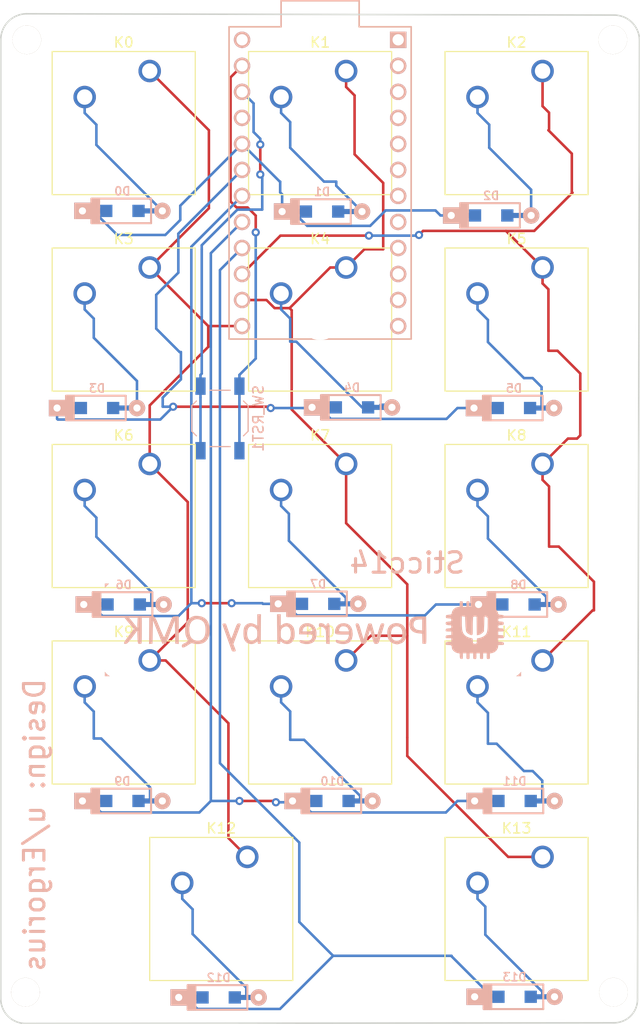
<source format=kicad_pcb>
(kicad_pcb (version 20171130) (host pcbnew 5.1.0)

  (general
    (thickness 1.6)
    (drawings 12)
    (tracks 290)
    (zones 0)
    (modules 35)
    (nets 39)
  )

  (page A4)
  (layers
    (0 F.Cu signal)
    (31 B.Cu signal)
    (32 B.Adhes user)
    (33 F.Adhes user)
    (34 B.Paste user)
    (35 F.Paste user)
    (36 B.SilkS user)
    (37 F.SilkS user)
    (38 B.Mask user)
    (39 F.Mask user)
    (40 Dwgs.User user)
    (41 Cmts.User user)
    (42 Eco1.User user)
    (43 Eco2.User user)
    (44 Edge.Cuts user)
    (45 Margin user)
    (46 B.CrtYd user)
    (47 F.CrtYd user)
    (48 B.Fab user)
    (49 F.Fab user)
  )

  (setup
    (last_trace_width 0.25)
    (trace_clearance 0.2)
    (zone_clearance 0.508)
    (zone_45_only no)
    (trace_min 0.2)
    (via_size 0.8)
    (via_drill 0.4)
    (via_min_size 0.4)
    (via_min_drill 0.3)
    (uvia_size 0.3)
    (uvia_drill 0.1)
    (uvias_allowed no)
    (uvia_min_size 0.2)
    (uvia_min_drill 0.1)
    (edge_width 0.15)
    (segment_width 0.2)
    (pcb_text_width 0.3)
    (pcb_text_size 1.5 1.5)
    (mod_edge_width 0.15)
    (mod_text_size 1 1)
    (mod_text_width 0.15)
    (pad_size 1.524 1.524)
    (pad_drill 0.762)
    (pad_to_mask_clearance 0.051)
    (solder_mask_min_width 0.25)
    (aux_axis_origin 0 0)
    (visible_elements FFFFFF7F)
    (pcbplotparams
      (layerselection 0x010fc_ffffffff)
      (usegerberextensions true)
      (usegerberattributes false)
      (usegerberadvancedattributes false)
      (creategerberjobfile false)
      (excludeedgelayer true)
      (linewidth 0.100000)
      (plotframeref false)
      (viasonmask false)
      (mode 1)
      (useauxorigin false)
      (hpglpennumber 1)
      (hpglpenspeed 20)
      (hpglpendiameter 15.000000)
      (psnegative false)
      (psa4output false)
      (plotreference true)
      (plotvalue true)
      (plotinvisibletext false)
      (padsonsilk false)
      (subtractmaskfromsilk false)
      (outputformat 1)
      (mirror false)
      (drillshape 0)
      (scaleselection 1)
      (outputdirectory "gerber/"))
  )

  (net 0 "")
  (net 1 Row0)
  (net 2 "Net-(D0-Pad2)")
  (net 3 "Net-(D1-Pad2)")
  (net 4 "Net-(D2-Pad2)")
  (net 5 "Net-(D3-Pad2)")
  (net 6 Row1)
  (net 7 "Net-(D4-Pad2)")
  (net 8 "Net-(D5-Pad2)")
  (net 9 "Net-(D6-Pad2)")
  (net 10 Row2)
  (net 11 "Net-(D7-Pad2)")
  (net 12 "Net-(D8-Pad2)")
  (net 13 Row3)
  (net 14 "Net-(D9-Pad2)")
  (net 15 "Net-(D10-Pad2)")
  (net 16 "Net-(D11-Pad2)")
  (net 17 "Net-(D12-Pad2)")
  (net 18 Row4)
  (net 19 "Net-(D13-Pad2)")
  (net 20 Col0)
  (net 21 Col1)
  (net 22 Col2)
  (net 23 "Net-(U1-Pad1)")
  (net 24 "Net-(U1-Pad2)")
  (net 25 "Net-(U1-Pad3)")
  (net 26 "Net-(U1-Pad4)")
  (net 27 "Net-(U1-Pad5)")
  (net 28 "Net-(U1-Pad6)")
  (net 29 "Net-(U1-Pad7)")
  (net 30 "Net-(U1-Pad8)")
  (net 31 "Net-(U1-Pad9)")
  (net 32 "Net-(U1-Pad10)")
  (net 33 "Net-(U1-Pad11)")
  (net 34 "Net-(U1-Pad12)")
  (net 35 "Net-(U1-Pad21)")
  (net 36 "Net-(U1-Pad24)")
  (net 37 "Net-(SW_RST1-Pad1)")
  (net 38 "Net-(SW_RST1-Pad2)")

  (net_class Default "This is the default net class."
    (clearance 0.2)
    (trace_width 0.25)
    (via_dia 0.8)
    (via_drill 0.4)
    (uvia_dia 0.3)
    (uvia_drill 0.1)
    (add_net Col0)
    (add_net Col1)
    (add_net Col2)
    (add_net "Net-(D0-Pad2)")
    (add_net "Net-(D1-Pad2)")
    (add_net "Net-(D10-Pad2)")
    (add_net "Net-(D11-Pad2)")
    (add_net "Net-(D12-Pad2)")
    (add_net "Net-(D13-Pad2)")
    (add_net "Net-(D2-Pad2)")
    (add_net "Net-(D3-Pad2)")
    (add_net "Net-(D4-Pad2)")
    (add_net "Net-(D5-Pad2)")
    (add_net "Net-(D6-Pad2)")
    (add_net "Net-(D7-Pad2)")
    (add_net "Net-(D8-Pad2)")
    (add_net "Net-(D9-Pad2)")
    (add_net "Net-(SW_RST1-Pad1)")
    (add_net "Net-(SW_RST1-Pad2)")
    (add_net "Net-(U1-Pad1)")
    (add_net "Net-(U1-Pad10)")
    (add_net "Net-(U1-Pad11)")
    (add_net "Net-(U1-Pad12)")
    (add_net "Net-(U1-Pad2)")
    (add_net "Net-(U1-Pad21)")
    (add_net "Net-(U1-Pad24)")
    (add_net "Net-(U1-Pad3)")
    (add_net "Net-(U1-Pad4)")
    (add_net "Net-(U1-Pad5)")
    (add_net "Net-(U1-Pad6)")
    (add_net "Net-(U1-Pad7)")
    (add_net "Net-(U1-Pad8)")
    (add_net "Net-(U1-Pad9)")
    (add_net Row0)
    (add_net Row1)
    (add_net Row2)
    (add_net Row3)
    (add_net Row4)
  )

  (module keyboard_parts:HOLE_M2.6 (layer F.Cu) (tedit 0) (tstamp 5CB8733F)
    (at 147.3835 124.079)
    (fp_text reference HOLE_M2.6 (at 0 -4.5) (layer F.SilkS) hide
      (effects (font (size 1.524 1.524) (thickness 0.3048)))
    )
    (fp_text value VAL** (at 0.05 -7.25) (layer F.SilkS) hide
      (effects (font (size 1.524 1.524) (thickness 0.3048)))
    )
    (pad 1 thru_hole circle (at 0 0) (size 2.8 2.8) (drill 2.8) (layers *.Cu *.Mask F.SilkS))
  )

  (module keyboard_parts:HOLE_M2.6 (layer F.Cu) (tedit 0) (tstamp 5CB8732E)
    (at 89.9795 124.079)
    (fp_text reference HOLE_M2.6 (at 0 -4.5) (layer F.SilkS) hide
      (effects (font (size 1.524 1.524) (thickness 0.3048)))
    )
    (fp_text value VAL** (at 0.05 -7.25) (layer F.SilkS) hide
      (effects (font (size 1.524 1.524) (thickness 0.3048)))
    )
    (pad 1 thru_hole circle (at 0 0) (size 2.8 2.8) (drill 2.8) (layers *.Cu *.Mask F.SilkS))
  )

  (module keyboard_parts:HOLE_M2.6 (layer F.Cu) (tedit 0) (tstamp 5CB8731D)
    (at 90.1065 31.115)
    (fp_text reference HOLE_M2.6 (at 0 -4.5) (layer F.SilkS) hide
      (effects (font (size 1.524 1.524) (thickness 0.3048)))
    )
    (fp_text value VAL** (at 0.05 -7.25) (layer F.SilkS) hide
      (effects (font (size 1.524 1.524) (thickness 0.3048)))
    )
    (pad 1 thru_hole circle (at 0 0) (size 2.8 2.8) (drill 2.8) (layers *.Cu *.Mask F.SilkS))
  )

  (module keyboard_parts:HOLE_M2.6 (layer F.Cu) (tedit 0) (tstamp 5CB8730C)
    (at 147.32 31.115)
    (fp_text reference HOLE_M2.6 (at 0 -4.5) (layer F.SilkS) hide
      (effects (font (size 1.524 1.524) (thickness 0.3048)))
    )
    (fp_text value VAL** (at 0.05 -7.25) (layer F.SilkS) hide
      (effects (font (size 1.524 1.524) (thickness 0.3048)))
    )
    (pad 1 thru_hole circle (at 0 0) (size 2.8 2.8) (drill 2.8) (layers *.Cu *.Mask F.SilkS))
  )

  (module keyboard_parts:D_SOD123_axial (layer B.Cu) (tedit 561B6A12) (tstamp 5C787646)
    (at 99.441 47.8155)
    (path /5C780ED0)
    (attr smd)
    (fp_text reference D0 (at 0 -1.925) (layer B.SilkS)
      (effects (font (size 0.8 0.8) (thickness 0.15)) (justify mirror))
    )
    (fp_text value D (at 0 1.925) (layer B.SilkS) hide
      (effects (font (size 0.8 0.8) (thickness 0.15)) (justify mirror))
    )
    (fp_line (start 2.8 -1.2) (end -3 -1.2) (layer B.SilkS) (width 0.2))
    (fp_line (start 2.8 1.2) (end 2.8 -1.2) (layer B.SilkS) (width 0.2))
    (fp_line (start -3 1.2) (end 2.8 1.2) (layer B.SilkS) (width 0.2))
    (fp_line (start -2.925 1.2) (end -2.925 -1.2) (layer B.SilkS) (width 0.2))
    (fp_line (start -2.8 1.2) (end -2.8 -1.2) (layer B.SilkS) (width 0.2))
    (fp_line (start -3.025 -1.2) (end -3.025 1.2) (layer B.SilkS) (width 0.2))
    (fp_line (start -2.625 1.2) (end -2.625 -1.2) (layer B.SilkS) (width 0.2))
    (fp_line (start -2.45 1.2) (end -2.45 -1.2) (layer B.SilkS) (width 0.2))
    (fp_line (start -2.275 1.2) (end -2.275 -1.2) (layer B.SilkS) (width 0.2))
    (pad 2 smd rect (at 2.7 0) (size 2.5 0.5) (layers B.Cu)
      (net 2 "Net-(D0-Pad2)") (solder_mask_margin -999))
    (pad 1 smd rect (at -2.7 0) (size 2.5 0.5) (layers B.Cu)
      (net 1 Row0) (solder_mask_margin -999))
    (pad 2 thru_hole circle (at 3.9 0) (size 1.6 1.6) (drill 0.7) (layers *.Cu *.Mask B.SilkS)
      (net 2 "Net-(D0-Pad2)"))
    (pad 1 thru_hole rect (at -3.9 0) (size 1.6 1.6) (drill 0.7) (layers *.Cu *.Mask B.SilkS)
      (net 1 Row0))
    (pad 1 smd rect (at -1.575 0) (size 1.2 1.2) (layers B.Cu B.Paste B.Mask)
      (net 1 Row0))
    (pad 2 smd rect (at 1.575 0) (size 1.2 1.2) (layers B.Cu B.Paste B.Mask)
      (net 2 "Net-(D0-Pad2)"))
  )

  (module Button_Switch_Keyboard:SW_Cherry_MX1A_1.00u_PCB locked (layer F.Cu) (tedit 5A02FE24) (tstamp 5C78600C)
    (at 102.108 34.163)
    (descr "Cherry MX keyswitch, MX1A, 1.00u, PCB mount, http://cherryamericas.com/wp-content/uploads/2014/12/mx_cat.pdf")
    (tags "cherry mx keyswitch MX1A 1.00u PCB")
    (path /5C7803D9)
    (fp_text reference K0 (at -2.54 -2.794) (layer F.SilkS)
      (effects (font (size 1 1) (thickness 0.15)))
    )
    (fp_text value KEYSW (at -2.54 12.954) (layer F.Fab)
      (effects (font (size 1 1) (thickness 0.15)))
    )
    (fp_line (start -9.525 12.065) (end -9.525 -1.905) (layer F.SilkS) (width 0.12))
    (fp_line (start 4.445 12.065) (end -9.525 12.065) (layer F.SilkS) (width 0.12))
    (fp_line (start 4.445 -1.905) (end 4.445 12.065) (layer F.SilkS) (width 0.12))
    (fp_line (start -9.525 -1.905) (end 4.445 -1.905) (layer F.SilkS) (width 0.12))
    (fp_line (start -12.065 14.605) (end -12.065 -4.445) (layer Dwgs.User) (width 0.15))
    (fp_line (start 6.985 14.605) (end -12.065 14.605) (layer Dwgs.User) (width 0.15))
    (fp_line (start 6.985 -4.445) (end 6.985 14.605) (layer Dwgs.User) (width 0.15))
    (fp_line (start -12.065 -4.445) (end 6.985 -4.445) (layer Dwgs.User) (width 0.15))
    (fp_line (start -9.14 -1.52) (end 4.06 -1.52) (layer F.CrtYd) (width 0.05))
    (fp_line (start 4.06 -1.52) (end 4.06 11.68) (layer F.CrtYd) (width 0.05))
    (fp_line (start 4.06 11.68) (end -9.14 11.68) (layer F.CrtYd) (width 0.05))
    (fp_line (start -9.14 11.68) (end -9.14 -1.52) (layer F.CrtYd) (width 0.05))
    (fp_line (start -8.89 11.43) (end -8.89 -1.27) (layer F.Fab) (width 0.15))
    (fp_line (start 3.81 11.43) (end -8.89 11.43) (layer F.Fab) (width 0.15))
    (fp_line (start 3.81 -1.27) (end 3.81 11.43) (layer F.Fab) (width 0.15))
    (fp_line (start -8.89 -1.27) (end 3.81 -1.27) (layer F.Fab) (width 0.15))
    (fp_text user %R (at -2.54 -2.794) (layer F.Fab)
      (effects (font (size 1 1) (thickness 0.15)))
    )
    (pad "" np_thru_hole circle (at 2.54 5.08) (size 1.7 1.7) (drill 1.7) (layers *.Cu *.Mask))
    (pad "" np_thru_hole circle (at -7.62 5.08) (size 1.7 1.7) (drill 1.7) (layers *.Cu *.Mask))
    (pad "" np_thru_hole circle (at -2.54 5.08) (size 4 4) (drill 4) (layers *.Cu *.Mask))
    (pad 2 thru_hole circle (at -6.35 2.54) (size 2.2 2.2) (drill 1.5) (layers *.Cu *.Mask)
      (net 2 "Net-(D0-Pad2)"))
    (pad 1 thru_hole circle (at 0 0) (size 2.2 2.2) (drill 1.5) (layers *.Cu *.Mask)
      (net 20 Col0))
    (model ${KISYS3DMOD}/Button_Switch_Keyboard.3dshapes/SW_Cherry_MX1A_1.00u_PCB.wrl
      (at (xyz 0 0 0))
      (scale (xyz 1 1 1))
      (rotate (xyz 0 0 0))
    )
  )

  (module Button_Switch_Keyboard:SW_Cherry_MX1A_1.00u_PCB locked (layer F.Cu) (tedit 5A02FE24) (tstamp 5C786026)
    (at 121.285 34.163)
    (descr "Cherry MX keyswitch, MX1A, 1.00u, PCB mount, http://cherryamericas.com/wp-content/uploads/2014/12/mx_cat.pdf")
    (tags "cherry mx keyswitch MX1A 1.00u PCB")
    (path /5C780495)
    (fp_text reference K1 (at -2.54 -2.794) (layer F.SilkS)
      (effects (font (size 1 1) (thickness 0.15)))
    )
    (fp_text value KEYSW (at -2.54 12.954) (layer F.Fab)
      (effects (font (size 1 1) (thickness 0.15)))
    )
    (fp_text user %R (at -2.54 -2.794) (layer F.Fab)
      (effects (font (size 1 1) (thickness 0.15)))
    )
    (fp_line (start -8.89 -1.27) (end 3.81 -1.27) (layer F.Fab) (width 0.15))
    (fp_line (start 3.81 -1.27) (end 3.81 11.43) (layer F.Fab) (width 0.15))
    (fp_line (start 3.81 11.43) (end -8.89 11.43) (layer F.Fab) (width 0.15))
    (fp_line (start -8.89 11.43) (end -8.89 -1.27) (layer F.Fab) (width 0.15))
    (fp_line (start -9.14 11.68) (end -9.14 -1.52) (layer F.CrtYd) (width 0.05))
    (fp_line (start 4.06 11.68) (end -9.14 11.68) (layer F.CrtYd) (width 0.05))
    (fp_line (start 4.06 -1.52) (end 4.06 11.68) (layer F.CrtYd) (width 0.05))
    (fp_line (start -9.14 -1.52) (end 4.06 -1.52) (layer F.CrtYd) (width 0.05))
    (fp_line (start -12.065 -4.445) (end 6.985 -4.445) (layer Dwgs.User) (width 0.15))
    (fp_line (start 6.985 -4.445) (end 6.985 14.605) (layer Dwgs.User) (width 0.15))
    (fp_line (start 6.985 14.605) (end -12.065 14.605) (layer Dwgs.User) (width 0.15))
    (fp_line (start -12.065 14.605) (end -12.065 -4.445) (layer Dwgs.User) (width 0.15))
    (fp_line (start -9.525 -1.905) (end 4.445 -1.905) (layer F.SilkS) (width 0.12))
    (fp_line (start 4.445 -1.905) (end 4.445 12.065) (layer F.SilkS) (width 0.12))
    (fp_line (start 4.445 12.065) (end -9.525 12.065) (layer F.SilkS) (width 0.12))
    (fp_line (start -9.525 12.065) (end -9.525 -1.905) (layer F.SilkS) (width 0.12))
    (pad 1 thru_hole circle (at 0 0) (size 2.2 2.2) (drill 1.5) (layers *.Cu *.Mask)
      (net 21 Col1))
    (pad 2 thru_hole circle (at -6.35 2.54) (size 2.2 2.2) (drill 1.5) (layers *.Cu *.Mask)
      (net 3 "Net-(D1-Pad2)"))
    (pad "" np_thru_hole circle (at -2.54 5.08) (size 4 4) (drill 4) (layers *.Cu *.Mask))
    (pad "" np_thru_hole circle (at -7.62 5.08) (size 1.7 1.7) (drill 1.7) (layers *.Cu *.Mask))
    (pad "" np_thru_hole circle (at 2.54 5.08) (size 1.7 1.7) (drill 1.7) (layers *.Cu *.Mask))
    (model ${KISYS3DMOD}/Button_Switch_Keyboard.3dshapes/SW_Cherry_MX1A_1.00u_PCB.wrl
      (at (xyz 0 0 0))
      (scale (xyz 1 1 1))
      (rotate (xyz 0 0 0))
    )
  )

  (module Button_Switch_Keyboard:SW_Cherry_MX1A_1.00u_PCB locked (layer F.Cu) (tedit 5A02FE24) (tstamp 5C786040)
    (at 140.462 34.163)
    (descr "Cherry MX keyswitch, MX1A, 1.00u, PCB mount, http://cherryamericas.com/wp-content/uploads/2014/12/mx_cat.pdf")
    (tags "cherry mx keyswitch MX1A 1.00u PCB")
    (path /5C7804F6)
    (fp_text reference K2 (at -2.54 -2.794) (layer F.SilkS)
      (effects (font (size 1 1) (thickness 0.15)))
    )
    (fp_text value KEYSW (at -2.54 12.954) (layer F.Fab)
      (effects (font (size 1 1) (thickness 0.15)))
    )
    (fp_line (start -9.525 12.065) (end -9.525 -1.905) (layer F.SilkS) (width 0.12))
    (fp_line (start 4.445 12.065) (end -9.525 12.065) (layer F.SilkS) (width 0.12))
    (fp_line (start 4.445 -1.905) (end 4.445 12.065) (layer F.SilkS) (width 0.12))
    (fp_line (start -9.525 -1.905) (end 4.445 -1.905) (layer F.SilkS) (width 0.12))
    (fp_line (start -12.065 14.605) (end -12.065 -4.445) (layer Dwgs.User) (width 0.15))
    (fp_line (start 6.985 14.605) (end -12.065 14.605) (layer Dwgs.User) (width 0.15))
    (fp_line (start 6.985 -4.445) (end 6.985 14.605) (layer Dwgs.User) (width 0.15))
    (fp_line (start -12.065 -4.445) (end 6.985 -4.445) (layer Dwgs.User) (width 0.15))
    (fp_line (start -9.14 -1.52) (end 4.06 -1.52) (layer F.CrtYd) (width 0.05))
    (fp_line (start 4.06 -1.52) (end 4.06 11.68) (layer F.CrtYd) (width 0.05))
    (fp_line (start 4.06 11.68) (end -9.14 11.68) (layer F.CrtYd) (width 0.05))
    (fp_line (start -9.14 11.68) (end -9.14 -1.52) (layer F.CrtYd) (width 0.05))
    (fp_line (start -8.89 11.43) (end -8.89 -1.27) (layer F.Fab) (width 0.15))
    (fp_line (start 3.81 11.43) (end -8.89 11.43) (layer F.Fab) (width 0.15))
    (fp_line (start 3.81 -1.27) (end 3.81 11.43) (layer F.Fab) (width 0.15))
    (fp_line (start -8.89 -1.27) (end 3.81 -1.27) (layer F.Fab) (width 0.15))
    (fp_text user %R (at -2.54 -2.794) (layer F.Fab)
      (effects (font (size 1 1) (thickness 0.15)))
    )
    (pad "" np_thru_hole circle (at 2.54 5.08) (size 1.7 1.7) (drill 1.7) (layers *.Cu *.Mask))
    (pad "" np_thru_hole circle (at -7.62 5.08) (size 1.7 1.7) (drill 1.7) (layers *.Cu *.Mask))
    (pad "" np_thru_hole circle (at -2.54 5.08) (size 4 4) (drill 4) (layers *.Cu *.Mask))
    (pad 2 thru_hole circle (at -6.35 2.54) (size 2.2 2.2) (drill 1.5) (layers *.Cu *.Mask)
      (net 4 "Net-(D2-Pad2)"))
    (pad 1 thru_hole circle (at 0 0) (size 2.2 2.2) (drill 1.5) (layers *.Cu *.Mask)
      (net 22 Col2))
    (model ${KISYS3DMOD}/Button_Switch_Keyboard.3dshapes/SW_Cherry_MX1A_1.00u_PCB.wrl
      (at (xyz 0 0 0))
      (scale (xyz 1 1 1))
      (rotate (xyz 0 0 0))
    )
  )

  (module Button_Switch_Keyboard:SW_Cherry_MX1A_1.00u_PCB locked (layer F.Cu) (tedit 5A02FE24) (tstamp 5C78605A)
    (at 102.108 53.34)
    (descr "Cherry MX keyswitch, MX1A, 1.00u, PCB mount, http://cherryamericas.com/wp-content/uploads/2014/12/mx_cat.pdf")
    (tags "cherry mx keyswitch MX1A 1.00u PCB")
    (path /5C780E3E)
    (fp_text reference K3 (at -2.54 -2.794) (layer F.SilkS)
      (effects (font (size 1 1) (thickness 0.15)))
    )
    (fp_text value KEYSW (at -2.54 12.954) (layer F.Fab)
      (effects (font (size 1 1) (thickness 0.15)))
    )
    (fp_text user %R (at -2.54 -2.794) (layer F.Fab)
      (effects (font (size 1 1) (thickness 0.15)))
    )
    (fp_line (start -8.89 -1.27) (end 3.81 -1.27) (layer F.Fab) (width 0.15))
    (fp_line (start 3.81 -1.27) (end 3.81 11.43) (layer F.Fab) (width 0.15))
    (fp_line (start 3.81 11.43) (end -8.89 11.43) (layer F.Fab) (width 0.15))
    (fp_line (start -8.89 11.43) (end -8.89 -1.27) (layer F.Fab) (width 0.15))
    (fp_line (start -9.14 11.68) (end -9.14 -1.52) (layer F.CrtYd) (width 0.05))
    (fp_line (start 4.06 11.68) (end -9.14 11.68) (layer F.CrtYd) (width 0.05))
    (fp_line (start 4.06 -1.52) (end 4.06 11.68) (layer F.CrtYd) (width 0.05))
    (fp_line (start -9.14 -1.52) (end 4.06 -1.52) (layer F.CrtYd) (width 0.05))
    (fp_line (start -12.065 -4.445) (end 6.985 -4.445) (layer Dwgs.User) (width 0.15))
    (fp_line (start 6.985 -4.445) (end 6.985 14.605) (layer Dwgs.User) (width 0.15))
    (fp_line (start 6.985 14.605) (end -12.065 14.605) (layer Dwgs.User) (width 0.15))
    (fp_line (start -12.065 14.605) (end -12.065 -4.445) (layer Dwgs.User) (width 0.15))
    (fp_line (start -9.525 -1.905) (end 4.445 -1.905) (layer F.SilkS) (width 0.12))
    (fp_line (start 4.445 -1.905) (end 4.445 12.065) (layer F.SilkS) (width 0.12))
    (fp_line (start 4.445 12.065) (end -9.525 12.065) (layer F.SilkS) (width 0.12))
    (fp_line (start -9.525 12.065) (end -9.525 -1.905) (layer F.SilkS) (width 0.12))
    (pad 1 thru_hole circle (at 0 0) (size 2.2 2.2) (drill 1.5) (layers *.Cu *.Mask)
      (net 20 Col0))
    (pad 2 thru_hole circle (at -6.35 2.54) (size 2.2 2.2) (drill 1.5) (layers *.Cu *.Mask)
      (net 5 "Net-(D3-Pad2)"))
    (pad "" np_thru_hole circle (at -2.54 5.08) (size 4 4) (drill 4) (layers *.Cu *.Mask))
    (pad "" np_thru_hole circle (at -7.62 5.08) (size 1.7 1.7) (drill 1.7) (layers *.Cu *.Mask))
    (pad "" np_thru_hole circle (at 2.54 5.08) (size 1.7 1.7) (drill 1.7) (layers *.Cu *.Mask))
    (model ${KISYS3DMOD}/Button_Switch_Keyboard.3dshapes/SW_Cherry_MX1A_1.00u_PCB.wrl
      (at (xyz 0 0 0))
      (scale (xyz 1 1 1))
      (rotate (xyz 0 0 0))
    )
  )

  (module Button_Switch_Keyboard:SW_Cherry_MX1A_1.00u_PCB locked (layer F.Cu) (tedit 5A02FE24) (tstamp 5C786074)
    (at 121.285 53.34)
    (descr "Cherry MX keyswitch, MX1A, 1.00u, PCB mount, http://cherryamericas.com/wp-content/uploads/2014/12/mx_cat.pdf")
    (tags "cherry mx keyswitch MX1A 1.00u PCB")
    (path /5C780E45)
    (fp_text reference K4 (at -2.54 -2.794) (layer F.SilkS)
      (effects (font (size 1 1) (thickness 0.15)))
    )
    (fp_text value KEYSW (at -2.54 12.954) (layer F.Fab)
      (effects (font (size 1 1) (thickness 0.15)))
    )
    (fp_line (start -9.525 12.065) (end -9.525 -1.905) (layer F.SilkS) (width 0.12))
    (fp_line (start 4.445 12.065) (end -9.525 12.065) (layer F.SilkS) (width 0.12))
    (fp_line (start 4.445 -1.905) (end 4.445 12.065) (layer F.SilkS) (width 0.12))
    (fp_line (start -9.525 -1.905) (end 4.445 -1.905) (layer F.SilkS) (width 0.12))
    (fp_line (start -12.065 14.605) (end -12.065 -4.445) (layer Dwgs.User) (width 0.15))
    (fp_line (start 6.985 14.605) (end -12.065 14.605) (layer Dwgs.User) (width 0.15))
    (fp_line (start 6.985 -4.445) (end 6.985 14.605) (layer Dwgs.User) (width 0.15))
    (fp_line (start -12.065 -4.445) (end 6.985 -4.445) (layer Dwgs.User) (width 0.15))
    (fp_line (start -9.14 -1.52) (end 4.06 -1.52) (layer F.CrtYd) (width 0.05))
    (fp_line (start 4.06 -1.52) (end 4.06 11.68) (layer F.CrtYd) (width 0.05))
    (fp_line (start 4.06 11.68) (end -9.14 11.68) (layer F.CrtYd) (width 0.05))
    (fp_line (start -9.14 11.68) (end -9.14 -1.52) (layer F.CrtYd) (width 0.05))
    (fp_line (start -8.89 11.43) (end -8.89 -1.27) (layer F.Fab) (width 0.15))
    (fp_line (start 3.81 11.43) (end -8.89 11.43) (layer F.Fab) (width 0.15))
    (fp_line (start 3.81 -1.27) (end 3.81 11.43) (layer F.Fab) (width 0.15))
    (fp_line (start -8.89 -1.27) (end 3.81 -1.27) (layer F.Fab) (width 0.15))
    (fp_text user %R (at -2.54 -2.794) (layer F.Fab)
      (effects (font (size 1 1) (thickness 0.15)))
    )
    (pad "" np_thru_hole circle (at 2.54 5.08) (size 1.7 1.7) (drill 1.7) (layers *.Cu *.Mask))
    (pad "" np_thru_hole circle (at -7.62 5.08) (size 1.7 1.7) (drill 1.7) (layers *.Cu *.Mask))
    (pad "" np_thru_hole circle (at -2.54 5.08) (size 4 4) (drill 4) (layers *.Cu *.Mask))
    (pad 2 thru_hole circle (at -6.35 2.54) (size 2.2 2.2) (drill 1.5) (layers *.Cu *.Mask)
      (net 7 "Net-(D4-Pad2)"))
    (pad 1 thru_hole circle (at 0 0) (size 2.2 2.2) (drill 1.5) (layers *.Cu *.Mask)
      (net 21 Col1))
    (model ${KISYS3DMOD}/Button_Switch_Keyboard.3dshapes/SW_Cherry_MX1A_1.00u_PCB.wrl
      (at (xyz 0 0 0))
      (scale (xyz 1 1 1))
      (rotate (xyz 0 0 0))
    )
  )

  (module Button_Switch_Keyboard:SW_Cherry_MX1A_1.00u_PCB locked (layer F.Cu) (tedit 5A02FE24) (tstamp 5C78608E)
    (at 140.462 53.34)
    (descr "Cherry MX keyswitch, MX1A, 1.00u, PCB mount, http://cherryamericas.com/wp-content/uploads/2014/12/mx_cat.pdf")
    (tags "cherry mx keyswitch MX1A 1.00u PCB")
    (path /5C780E4C)
    (fp_text reference K5 (at -2.54 -2.794) (layer F.SilkS)
      (effects (font (size 1 1) (thickness 0.15)))
    )
    (fp_text value KEYSW (at -2.54 12.954) (layer F.Fab)
      (effects (font (size 1 1) (thickness 0.15)))
    )
    (fp_text user %R (at -2.54 -2.794) (layer F.Fab)
      (effects (font (size 1 1) (thickness 0.15)))
    )
    (fp_line (start -8.89 -1.27) (end 3.81 -1.27) (layer F.Fab) (width 0.15))
    (fp_line (start 3.81 -1.27) (end 3.81 11.43) (layer F.Fab) (width 0.15))
    (fp_line (start 3.81 11.43) (end -8.89 11.43) (layer F.Fab) (width 0.15))
    (fp_line (start -8.89 11.43) (end -8.89 -1.27) (layer F.Fab) (width 0.15))
    (fp_line (start -9.14 11.68) (end -9.14 -1.52) (layer F.CrtYd) (width 0.05))
    (fp_line (start 4.06 11.68) (end -9.14 11.68) (layer F.CrtYd) (width 0.05))
    (fp_line (start 4.06 -1.52) (end 4.06 11.68) (layer F.CrtYd) (width 0.05))
    (fp_line (start -9.14 -1.52) (end 4.06 -1.52) (layer F.CrtYd) (width 0.05))
    (fp_line (start -12.065 -4.445) (end 6.985 -4.445) (layer Dwgs.User) (width 0.15))
    (fp_line (start 6.985 -4.445) (end 6.985 14.605) (layer Dwgs.User) (width 0.15))
    (fp_line (start 6.985 14.605) (end -12.065 14.605) (layer Dwgs.User) (width 0.15))
    (fp_line (start -12.065 14.605) (end -12.065 -4.445) (layer Dwgs.User) (width 0.15))
    (fp_line (start -9.525 -1.905) (end 4.445 -1.905) (layer F.SilkS) (width 0.12))
    (fp_line (start 4.445 -1.905) (end 4.445 12.065) (layer F.SilkS) (width 0.12))
    (fp_line (start 4.445 12.065) (end -9.525 12.065) (layer F.SilkS) (width 0.12))
    (fp_line (start -9.525 12.065) (end -9.525 -1.905) (layer F.SilkS) (width 0.12))
    (pad 1 thru_hole circle (at 0 0) (size 2.2 2.2) (drill 1.5) (layers *.Cu *.Mask)
      (net 22 Col2))
    (pad 2 thru_hole circle (at -6.35 2.54) (size 2.2 2.2) (drill 1.5) (layers *.Cu *.Mask)
      (net 8 "Net-(D5-Pad2)"))
    (pad "" np_thru_hole circle (at -2.54 5.08) (size 4 4) (drill 4) (layers *.Cu *.Mask))
    (pad "" np_thru_hole circle (at -7.62 5.08) (size 1.7 1.7) (drill 1.7) (layers *.Cu *.Mask))
    (pad "" np_thru_hole circle (at 2.54 5.08) (size 1.7 1.7) (drill 1.7) (layers *.Cu *.Mask))
    (model ${KISYS3DMOD}/Button_Switch_Keyboard.3dshapes/SW_Cherry_MX1A_1.00u_PCB.wrl
      (at (xyz 0 0 0))
      (scale (xyz 1 1 1))
      (rotate (xyz 0 0 0))
    )
  )

  (module Button_Switch_Keyboard:SW_Cherry_MX1A_1.00u_PCB locked (layer F.Cu) (tedit 5A02FE24) (tstamp 5C7860A8)
    (at 102.108 72.517)
    (descr "Cherry MX keyswitch, MX1A, 1.00u, PCB mount, http://cherryamericas.com/wp-content/uploads/2014/12/mx_cat.pdf")
    (tags "cherry mx keyswitch MX1A 1.00u PCB")
    (path /5C78D2C9)
    (fp_text reference K6 (at -2.54 -2.794) (layer F.SilkS)
      (effects (font (size 1 1) (thickness 0.15)))
    )
    (fp_text value KEYSW (at -2.54 12.954) (layer F.Fab)
      (effects (font (size 1 1) (thickness 0.15)))
    )
    (fp_line (start -9.525 12.065) (end -9.525 -1.905) (layer F.SilkS) (width 0.12))
    (fp_line (start 4.445 12.065) (end -9.525 12.065) (layer F.SilkS) (width 0.12))
    (fp_line (start 4.445 -1.905) (end 4.445 12.065) (layer F.SilkS) (width 0.12))
    (fp_line (start -9.525 -1.905) (end 4.445 -1.905) (layer F.SilkS) (width 0.12))
    (fp_line (start -12.065 14.605) (end -12.065 -4.445) (layer Dwgs.User) (width 0.15))
    (fp_line (start 6.985 14.605) (end -12.065 14.605) (layer Dwgs.User) (width 0.15))
    (fp_line (start 6.985 -4.445) (end 6.985 14.605) (layer Dwgs.User) (width 0.15))
    (fp_line (start -12.065 -4.445) (end 6.985 -4.445) (layer Dwgs.User) (width 0.15))
    (fp_line (start -9.14 -1.52) (end 4.06 -1.52) (layer F.CrtYd) (width 0.05))
    (fp_line (start 4.06 -1.52) (end 4.06 11.68) (layer F.CrtYd) (width 0.05))
    (fp_line (start 4.06 11.68) (end -9.14 11.68) (layer F.CrtYd) (width 0.05))
    (fp_line (start -9.14 11.68) (end -9.14 -1.52) (layer F.CrtYd) (width 0.05))
    (fp_line (start -8.89 11.43) (end -8.89 -1.27) (layer F.Fab) (width 0.15))
    (fp_line (start 3.81 11.43) (end -8.89 11.43) (layer F.Fab) (width 0.15))
    (fp_line (start 3.81 -1.27) (end 3.81 11.43) (layer F.Fab) (width 0.15))
    (fp_line (start -8.89 -1.27) (end 3.81 -1.27) (layer F.Fab) (width 0.15))
    (fp_text user %R (at -2.54 -2.794) (layer F.Fab)
      (effects (font (size 1 1) (thickness 0.15)))
    )
    (pad "" np_thru_hole circle (at 2.54 5.08) (size 1.7 1.7) (drill 1.7) (layers *.Cu *.Mask))
    (pad "" np_thru_hole circle (at -7.62 5.08) (size 1.7 1.7) (drill 1.7) (layers *.Cu *.Mask))
    (pad "" np_thru_hole circle (at -2.54 5.08) (size 4 4) (drill 4) (layers *.Cu *.Mask))
    (pad 2 thru_hole circle (at -6.35 2.54) (size 2.2 2.2) (drill 1.5) (layers *.Cu *.Mask)
      (net 9 "Net-(D6-Pad2)"))
    (pad 1 thru_hole circle (at 0 0) (size 2.2 2.2) (drill 1.5) (layers *.Cu *.Mask)
      (net 20 Col0))
    (model ${KISYS3DMOD}/Button_Switch_Keyboard.3dshapes/SW_Cherry_MX1A_1.00u_PCB.wrl
      (at (xyz 0 0 0))
      (scale (xyz 1 1 1))
      (rotate (xyz 0 0 0))
    )
  )

  (module Button_Switch_Keyboard:SW_Cherry_MX1A_1.00u_PCB locked (layer F.Cu) (tedit 5A02FE24) (tstamp 5C7860C2)
    (at 121.285 72.517)
    (descr "Cherry MX keyswitch, MX1A, 1.00u, PCB mount, http://cherryamericas.com/wp-content/uploads/2014/12/mx_cat.pdf")
    (tags "cherry mx keyswitch MX1A 1.00u PCB")
    (path /5C78D2D0)
    (fp_text reference K7 (at -2.54 -2.794) (layer F.SilkS)
      (effects (font (size 1 1) (thickness 0.15)))
    )
    (fp_text value KEYSW (at -2.54 12.954) (layer F.Fab)
      (effects (font (size 1 1) (thickness 0.15)))
    )
    (fp_text user %R (at -2.54 -2.794) (layer F.Fab)
      (effects (font (size 1 1) (thickness 0.15)))
    )
    (fp_line (start -8.89 -1.27) (end 3.81 -1.27) (layer F.Fab) (width 0.15))
    (fp_line (start 3.81 -1.27) (end 3.81 11.43) (layer F.Fab) (width 0.15))
    (fp_line (start 3.81 11.43) (end -8.89 11.43) (layer F.Fab) (width 0.15))
    (fp_line (start -8.89 11.43) (end -8.89 -1.27) (layer F.Fab) (width 0.15))
    (fp_line (start -9.14 11.68) (end -9.14 -1.52) (layer F.CrtYd) (width 0.05))
    (fp_line (start 4.06 11.68) (end -9.14 11.68) (layer F.CrtYd) (width 0.05))
    (fp_line (start 4.06 -1.52) (end 4.06 11.68) (layer F.CrtYd) (width 0.05))
    (fp_line (start -9.14 -1.52) (end 4.06 -1.52) (layer F.CrtYd) (width 0.05))
    (fp_line (start -12.065 -4.445) (end 6.985 -4.445) (layer Dwgs.User) (width 0.15))
    (fp_line (start 6.985 -4.445) (end 6.985 14.605) (layer Dwgs.User) (width 0.15))
    (fp_line (start 6.985 14.605) (end -12.065 14.605) (layer Dwgs.User) (width 0.15))
    (fp_line (start -12.065 14.605) (end -12.065 -4.445) (layer Dwgs.User) (width 0.15))
    (fp_line (start -9.525 -1.905) (end 4.445 -1.905) (layer F.SilkS) (width 0.12))
    (fp_line (start 4.445 -1.905) (end 4.445 12.065) (layer F.SilkS) (width 0.12))
    (fp_line (start 4.445 12.065) (end -9.525 12.065) (layer F.SilkS) (width 0.12))
    (fp_line (start -9.525 12.065) (end -9.525 -1.905) (layer F.SilkS) (width 0.12))
    (pad 1 thru_hole circle (at 0 0) (size 2.2 2.2) (drill 1.5) (layers *.Cu *.Mask)
      (net 21 Col1))
    (pad 2 thru_hole circle (at -6.35 2.54) (size 2.2 2.2) (drill 1.5) (layers *.Cu *.Mask)
      (net 11 "Net-(D7-Pad2)"))
    (pad "" np_thru_hole circle (at -2.54 5.08) (size 4 4) (drill 4) (layers *.Cu *.Mask))
    (pad "" np_thru_hole circle (at -7.62 5.08) (size 1.7 1.7) (drill 1.7) (layers *.Cu *.Mask))
    (pad "" np_thru_hole circle (at 2.54 5.08) (size 1.7 1.7) (drill 1.7) (layers *.Cu *.Mask))
    (model ${KISYS3DMOD}/Button_Switch_Keyboard.3dshapes/SW_Cherry_MX1A_1.00u_PCB.wrl
      (at (xyz 0 0 0))
      (scale (xyz 1 1 1))
      (rotate (xyz 0 0 0))
    )
  )

  (module Button_Switch_Keyboard:SW_Cherry_MX1A_1.00u_PCB locked (layer F.Cu) (tedit 5A02FE24) (tstamp 5C7860DC)
    (at 140.462 72.517)
    (descr "Cherry MX keyswitch, MX1A, 1.00u, PCB mount, http://cherryamericas.com/wp-content/uploads/2014/12/mx_cat.pdf")
    (tags "cherry mx keyswitch MX1A 1.00u PCB")
    (path /5C78D2D7)
    (fp_text reference K8 (at -2.54 -2.794) (layer F.SilkS)
      (effects (font (size 1 1) (thickness 0.15)))
    )
    (fp_text value KEYSW (at -2.54 12.954) (layer F.Fab)
      (effects (font (size 1 1) (thickness 0.15)))
    )
    (fp_line (start -9.525 12.065) (end -9.525 -1.905) (layer F.SilkS) (width 0.12))
    (fp_line (start 4.445 12.065) (end -9.525 12.065) (layer F.SilkS) (width 0.12))
    (fp_line (start 4.445 -1.905) (end 4.445 12.065) (layer F.SilkS) (width 0.12))
    (fp_line (start -9.525 -1.905) (end 4.445 -1.905) (layer F.SilkS) (width 0.12))
    (fp_line (start -12.065 14.605) (end -12.065 -4.445) (layer Dwgs.User) (width 0.15))
    (fp_line (start 6.985 14.605) (end -12.065 14.605) (layer Dwgs.User) (width 0.15))
    (fp_line (start 6.985 -4.445) (end 6.985 14.605) (layer Dwgs.User) (width 0.15))
    (fp_line (start -12.065 -4.445) (end 6.985 -4.445) (layer Dwgs.User) (width 0.15))
    (fp_line (start -9.14 -1.52) (end 4.06 -1.52) (layer F.CrtYd) (width 0.05))
    (fp_line (start 4.06 -1.52) (end 4.06 11.68) (layer F.CrtYd) (width 0.05))
    (fp_line (start 4.06 11.68) (end -9.14 11.68) (layer F.CrtYd) (width 0.05))
    (fp_line (start -9.14 11.68) (end -9.14 -1.52) (layer F.CrtYd) (width 0.05))
    (fp_line (start -8.89 11.43) (end -8.89 -1.27) (layer F.Fab) (width 0.15))
    (fp_line (start 3.81 11.43) (end -8.89 11.43) (layer F.Fab) (width 0.15))
    (fp_line (start 3.81 -1.27) (end 3.81 11.43) (layer F.Fab) (width 0.15))
    (fp_line (start -8.89 -1.27) (end 3.81 -1.27) (layer F.Fab) (width 0.15))
    (fp_text user %R (at -2.54 -2.794) (layer F.Fab)
      (effects (font (size 1 1) (thickness 0.15)))
    )
    (pad "" np_thru_hole circle (at 2.54 5.08) (size 1.7 1.7) (drill 1.7) (layers *.Cu *.Mask))
    (pad "" np_thru_hole circle (at -7.62 5.08) (size 1.7 1.7) (drill 1.7) (layers *.Cu *.Mask))
    (pad "" np_thru_hole circle (at -2.54 5.08) (size 4 4) (drill 4) (layers *.Cu *.Mask))
    (pad 2 thru_hole circle (at -6.35 2.54) (size 2.2 2.2) (drill 1.5) (layers *.Cu *.Mask)
      (net 12 "Net-(D8-Pad2)"))
    (pad 1 thru_hole circle (at 0 0) (size 2.2 2.2) (drill 1.5) (layers *.Cu *.Mask)
      (net 22 Col2))
    (model ${KISYS3DMOD}/Button_Switch_Keyboard.3dshapes/SW_Cherry_MX1A_1.00u_PCB.wrl
      (at (xyz 0 0 0))
      (scale (xyz 1 1 1))
      (rotate (xyz 0 0 0))
    )
  )

  (module Button_Switch_Keyboard:SW_Cherry_MX1A_1.00u_PCB locked (layer F.Cu) (tedit 5A02FE24) (tstamp 5C7860F6)
    (at 102.108 91.694)
    (descr "Cherry MX keyswitch, MX1A, 1.00u, PCB mount, http://cherryamericas.com/wp-content/uploads/2014/12/mx_cat.pdf")
    (tags "cherry mx keyswitch MX1A 1.00u PCB")
    (path /5C78D2E5)
    (fp_text reference K9 (at -2.54 -2.794) (layer F.SilkS)
      (effects (font (size 1 1) (thickness 0.15)))
    )
    (fp_text value KEYSW (at -2.54 12.954) (layer F.Fab)
      (effects (font (size 1 1) (thickness 0.15)))
    )
    (fp_text user %R (at -2.54 -2.794) (layer F.Fab)
      (effects (font (size 1 1) (thickness 0.15)))
    )
    (fp_line (start -8.89 -1.27) (end 3.81 -1.27) (layer F.Fab) (width 0.15))
    (fp_line (start 3.81 -1.27) (end 3.81 11.43) (layer F.Fab) (width 0.15))
    (fp_line (start 3.81 11.43) (end -8.89 11.43) (layer F.Fab) (width 0.15))
    (fp_line (start -8.89 11.43) (end -8.89 -1.27) (layer F.Fab) (width 0.15))
    (fp_line (start -9.14 11.68) (end -9.14 -1.52) (layer F.CrtYd) (width 0.05))
    (fp_line (start 4.06 11.68) (end -9.14 11.68) (layer F.CrtYd) (width 0.05))
    (fp_line (start 4.06 -1.52) (end 4.06 11.68) (layer F.CrtYd) (width 0.05))
    (fp_line (start -9.14 -1.52) (end 4.06 -1.52) (layer F.CrtYd) (width 0.05))
    (fp_line (start -12.065 -4.445) (end 6.985 -4.445) (layer Dwgs.User) (width 0.15))
    (fp_line (start 6.985 -4.445) (end 6.985 14.605) (layer Dwgs.User) (width 0.15))
    (fp_line (start 6.985 14.605) (end -12.065 14.605) (layer Dwgs.User) (width 0.15))
    (fp_line (start -12.065 14.605) (end -12.065 -4.445) (layer Dwgs.User) (width 0.15))
    (fp_line (start -9.525 -1.905) (end 4.445 -1.905) (layer F.SilkS) (width 0.12))
    (fp_line (start 4.445 -1.905) (end 4.445 12.065) (layer F.SilkS) (width 0.12))
    (fp_line (start 4.445 12.065) (end -9.525 12.065) (layer F.SilkS) (width 0.12))
    (fp_line (start -9.525 12.065) (end -9.525 -1.905) (layer F.SilkS) (width 0.12))
    (pad 1 thru_hole circle (at 0 0) (size 2.2 2.2) (drill 1.5) (layers *.Cu *.Mask)
      (net 20 Col0))
    (pad 2 thru_hole circle (at -6.35 2.54) (size 2.2 2.2) (drill 1.5) (layers *.Cu *.Mask)
      (net 14 "Net-(D9-Pad2)"))
    (pad "" np_thru_hole circle (at -2.54 5.08) (size 4 4) (drill 4) (layers *.Cu *.Mask))
    (pad "" np_thru_hole circle (at -7.62 5.08) (size 1.7 1.7) (drill 1.7) (layers *.Cu *.Mask))
    (pad "" np_thru_hole circle (at 2.54 5.08) (size 1.7 1.7) (drill 1.7) (layers *.Cu *.Mask))
    (model ${KISYS3DMOD}/Button_Switch_Keyboard.3dshapes/SW_Cherry_MX1A_1.00u_PCB.wrl
      (at (xyz 0 0 0))
      (scale (xyz 1 1 1))
      (rotate (xyz 0 0 0))
    )
  )

  (module Button_Switch_Keyboard:SW_Cherry_MX1A_1.00u_PCB locked (layer F.Cu) (tedit 5A02FE24) (tstamp 5C786110)
    (at 121.285 91.694)
    (descr "Cherry MX keyswitch, MX1A, 1.00u, PCB mount, http://cherryamericas.com/wp-content/uploads/2014/12/mx_cat.pdf")
    (tags "cherry mx keyswitch MX1A 1.00u PCB")
    (path /5C78D2EC)
    (fp_text reference K10 (at -2.54 -2.794) (layer F.SilkS)
      (effects (font (size 1 1) (thickness 0.15)))
    )
    (fp_text value KEYSW (at -2.54 12.954) (layer F.Fab)
      (effects (font (size 1 1) (thickness 0.15)))
    )
    (fp_line (start -9.525 12.065) (end -9.525 -1.905) (layer F.SilkS) (width 0.12))
    (fp_line (start 4.445 12.065) (end -9.525 12.065) (layer F.SilkS) (width 0.12))
    (fp_line (start 4.445 -1.905) (end 4.445 12.065) (layer F.SilkS) (width 0.12))
    (fp_line (start -9.525 -1.905) (end 4.445 -1.905) (layer F.SilkS) (width 0.12))
    (fp_line (start -12.065 14.605) (end -12.065 -4.445) (layer Dwgs.User) (width 0.15))
    (fp_line (start 6.985 14.605) (end -12.065 14.605) (layer Dwgs.User) (width 0.15))
    (fp_line (start 6.985 -4.445) (end 6.985 14.605) (layer Dwgs.User) (width 0.15))
    (fp_line (start -12.065 -4.445) (end 6.985 -4.445) (layer Dwgs.User) (width 0.15))
    (fp_line (start -9.14 -1.52) (end 4.06 -1.52) (layer F.CrtYd) (width 0.05))
    (fp_line (start 4.06 -1.52) (end 4.06 11.68) (layer F.CrtYd) (width 0.05))
    (fp_line (start 4.06 11.68) (end -9.14 11.68) (layer F.CrtYd) (width 0.05))
    (fp_line (start -9.14 11.68) (end -9.14 -1.52) (layer F.CrtYd) (width 0.05))
    (fp_line (start -8.89 11.43) (end -8.89 -1.27) (layer F.Fab) (width 0.15))
    (fp_line (start 3.81 11.43) (end -8.89 11.43) (layer F.Fab) (width 0.15))
    (fp_line (start 3.81 -1.27) (end 3.81 11.43) (layer F.Fab) (width 0.15))
    (fp_line (start -8.89 -1.27) (end 3.81 -1.27) (layer F.Fab) (width 0.15))
    (fp_text user %R (at -2.54 -2.794) (layer F.Fab)
      (effects (font (size 1 1) (thickness 0.15)))
    )
    (pad "" np_thru_hole circle (at 2.54 5.08) (size 1.7 1.7) (drill 1.7) (layers *.Cu *.Mask))
    (pad "" np_thru_hole circle (at -7.62 5.08) (size 1.7 1.7) (drill 1.7) (layers *.Cu *.Mask))
    (pad "" np_thru_hole circle (at -2.54 5.08) (size 4 4) (drill 4) (layers *.Cu *.Mask))
    (pad 2 thru_hole circle (at -6.35 2.54) (size 2.2 2.2) (drill 1.5) (layers *.Cu *.Mask)
      (net 15 "Net-(D10-Pad2)"))
    (pad 1 thru_hole circle (at 0 0) (size 2.2 2.2) (drill 1.5) (layers *.Cu *.Mask)
      (net 21 Col1))
    (model ${KISYS3DMOD}/Button_Switch_Keyboard.3dshapes/SW_Cherry_MX1A_1.00u_PCB.wrl
      (at (xyz 0 0 0))
      (scale (xyz 1 1 1))
      (rotate (xyz 0 0 0))
    )
  )

  (module Button_Switch_Keyboard:SW_Cherry_MX1A_1.00u_PCB locked (layer F.Cu) (tedit 5A02FE24) (tstamp 5C78612A)
    (at 140.462 91.694)
    (descr "Cherry MX keyswitch, MX1A, 1.00u, PCB mount, http://cherryamericas.com/wp-content/uploads/2014/12/mx_cat.pdf")
    (tags "cherry mx keyswitch MX1A 1.00u PCB")
    (path /5C78D2F3)
    (fp_text reference K11 (at -2.54 -2.794) (layer F.SilkS)
      (effects (font (size 1 1) (thickness 0.15)))
    )
    (fp_text value KEYSW (at -2.54 12.954) (layer F.Fab)
      (effects (font (size 1 1) (thickness 0.15)))
    )
    (fp_text user %R (at -2.54 -2.794) (layer F.Fab)
      (effects (font (size 1 1) (thickness 0.15)))
    )
    (fp_line (start -8.89 -1.27) (end 3.81 -1.27) (layer F.Fab) (width 0.15))
    (fp_line (start 3.81 -1.27) (end 3.81 11.43) (layer F.Fab) (width 0.15))
    (fp_line (start 3.81 11.43) (end -8.89 11.43) (layer F.Fab) (width 0.15))
    (fp_line (start -8.89 11.43) (end -8.89 -1.27) (layer F.Fab) (width 0.15))
    (fp_line (start -9.14 11.68) (end -9.14 -1.52) (layer F.CrtYd) (width 0.05))
    (fp_line (start 4.06 11.68) (end -9.14 11.68) (layer F.CrtYd) (width 0.05))
    (fp_line (start 4.06 -1.52) (end 4.06 11.68) (layer F.CrtYd) (width 0.05))
    (fp_line (start -9.14 -1.52) (end 4.06 -1.52) (layer F.CrtYd) (width 0.05))
    (fp_line (start -12.065 -4.445) (end 6.985 -4.445) (layer Dwgs.User) (width 0.15))
    (fp_line (start 6.985 -4.445) (end 6.985 14.605) (layer Dwgs.User) (width 0.15))
    (fp_line (start 6.985 14.605) (end -12.065 14.605) (layer Dwgs.User) (width 0.15))
    (fp_line (start -12.065 14.605) (end -12.065 -4.445) (layer Dwgs.User) (width 0.15))
    (fp_line (start -9.525 -1.905) (end 4.445 -1.905) (layer F.SilkS) (width 0.12))
    (fp_line (start 4.445 -1.905) (end 4.445 12.065) (layer F.SilkS) (width 0.12))
    (fp_line (start 4.445 12.065) (end -9.525 12.065) (layer F.SilkS) (width 0.12))
    (fp_line (start -9.525 12.065) (end -9.525 -1.905) (layer F.SilkS) (width 0.12))
    (pad 1 thru_hole circle (at 0 0) (size 2.2 2.2) (drill 1.5) (layers *.Cu *.Mask)
      (net 22 Col2))
    (pad 2 thru_hole circle (at -6.35 2.54) (size 2.2 2.2) (drill 1.5) (layers *.Cu *.Mask)
      (net 16 "Net-(D11-Pad2)"))
    (pad "" np_thru_hole circle (at -2.54 5.08) (size 4 4) (drill 4) (layers *.Cu *.Mask))
    (pad "" np_thru_hole circle (at -7.62 5.08) (size 1.7 1.7) (drill 1.7) (layers *.Cu *.Mask))
    (pad "" np_thru_hole circle (at 2.54 5.08) (size 1.7 1.7) (drill 1.7) (layers *.Cu *.Mask))
    (model ${KISYS3DMOD}/Button_Switch_Keyboard.3dshapes/SW_Cherry_MX1A_1.00u_PCB.wrl
      (at (xyz 0 0 0))
      (scale (xyz 1 1 1))
      (rotate (xyz 0 0 0))
    )
  )

  (module Button_Switch_Keyboard:SW_Cherry_MX1A_2.00u_PCB locked (layer F.Cu) (tedit 5A02FE24) (tstamp 5C786148)
    (at 111.633 110.871)
    (descr "Cherry MX keyswitch, MX1A, 2.00u, PCB mount, http://cherryamericas.com/wp-content/uploads/2014/12/mx_cat.pdf")
    (tags "cherry mx keyswitch MX1A 2.00u PCB")
    (path /5C78DB96)
    (fp_text reference K12 (at -2.54 -2.794) (layer F.SilkS)
      (effects (font (size 1 1) (thickness 0.15)))
    )
    (fp_text value KEYSW (at -2.54 12.954) (layer F.Fab)
      (effects (font (size 1 1) (thickness 0.15)))
    )
    (fp_text user %R (at -2.54 -2.794) (layer F.Fab)
      (effects (font (size 1 1) (thickness 0.15)))
    )
    (fp_line (start -8.89 -1.27) (end 3.81 -1.27) (layer F.Fab) (width 0.15))
    (fp_line (start 3.81 -1.27) (end 3.81 11.43) (layer F.Fab) (width 0.15))
    (fp_line (start 3.81 11.43) (end -8.89 11.43) (layer F.Fab) (width 0.15))
    (fp_line (start -8.89 11.43) (end -8.89 -1.27) (layer F.Fab) (width 0.15))
    (fp_line (start -9.14 11.68) (end -9.14 -1.52) (layer F.CrtYd) (width 0.05))
    (fp_line (start 4.06 11.68) (end -9.14 11.68) (layer F.CrtYd) (width 0.05))
    (fp_line (start 4.06 -1.52) (end 4.06 11.68) (layer F.CrtYd) (width 0.05))
    (fp_line (start -9.14 -1.52) (end 4.06 -1.52) (layer F.CrtYd) (width 0.05))
    (fp_line (start -21.59 -4.445) (end 16.51 -4.445) (layer Dwgs.User) (width 0.15))
    (fp_line (start 16.51 -4.445) (end 16.51 14.605) (layer Dwgs.User) (width 0.15))
    (fp_line (start 16.51 14.605) (end -21.59 14.605) (layer Dwgs.User) (width 0.15))
    (fp_line (start -21.59 14.605) (end -21.59 -4.445) (layer Dwgs.User) (width 0.15))
    (fp_line (start -9.525 -1.905) (end 4.445 -1.905) (layer F.SilkS) (width 0.12))
    (fp_line (start 4.445 -1.905) (end 4.445 12.065) (layer F.SilkS) (width 0.12))
    (fp_line (start 4.445 12.065) (end -9.525 12.065) (layer F.SilkS) (width 0.12))
    (fp_line (start -9.525 12.065) (end -9.525 -1.905) (layer F.SilkS) (width 0.12))
    (pad 1 thru_hole circle (at 0 0) (size 2.2 2.2) (drill 1.5) (layers *.Cu *.Mask)
      (net 20 Col0))
    (pad 2 thru_hole circle (at -6.35 2.54) (size 2.2 2.2) (drill 1.5) (layers *.Cu *.Mask)
      (net 17 "Net-(D12-Pad2)"))
    (pad "" np_thru_hole circle (at -2.54 5.08) (size 4 4) (drill 4) (layers *.Cu *.Mask))
    (pad "" np_thru_hole circle (at -7.62 5.08) (size 1.7 1.7) (drill 1.7) (layers *.Cu *.Mask))
    (pad "" np_thru_hole circle (at 2.54 5.08) (size 1.7 1.7) (drill 1.7) (layers *.Cu *.Mask))
    (pad "" np_thru_hole circle (at 9.36 13.32) (size 4 4) (drill 4) (layers *.Cu *.Mask))
    (pad "" np_thru_hole circle (at -14.44 13.32) (size 4 4) (drill 4) (layers *.Cu *.Mask))
    (pad "" np_thru_hole circle (at -14.44 -1.92) (size 3.05 3.05) (drill 3.05) (layers *.Cu *.Mask))
    (pad "" np_thru_hole circle (at 9.36 -1.92) (size 3.05 3.05) (drill 3.05) (layers *.Cu *.Mask))
    (model ${KISYS3DMOD}/Button_Switch_Keyboard.3dshapes/SW_Cherry_MX1A_2.00u_PCB.wrl
      (at (xyz 0 0 0))
      (scale (xyz 1 1 1))
      (rotate (xyz 0 0 0))
    )
  )

  (module Button_Switch_Keyboard:SW_Cherry_MX1A_1.00u_PCB locked (layer F.Cu) (tedit 5A02FE24) (tstamp 5C786162)
    (at 140.462 110.871)
    (descr "Cherry MX keyswitch, MX1A, 1.00u, PCB mount, http://cherryamericas.com/wp-content/uploads/2014/12/mx_cat.pdf")
    (tags "cherry mx keyswitch MX1A 1.00u PCB")
    (path /5C78DBA4)
    (fp_text reference K13 (at -2.54 -2.794) (layer F.SilkS)
      (effects (font (size 1 1) (thickness 0.15)))
    )
    (fp_text value KEYSW (at -2.54 12.954) (layer F.Fab)
      (effects (font (size 1 1) (thickness 0.15)))
    )
    (fp_text user %R (at -2.54 -2.794) (layer F.Fab)
      (effects (font (size 1 1) (thickness 0.15)))
    )
    (fp_line (start -8.89 -1.27) (end 3.81 -1.27) (layer F.Fab) (width 0.15))
    (fp_line (start 3.81 -1.27) (end 3.81 11.43) (layer F.Fab) (width 0.15))
    (fp_line (start 3.81 11.43) (end -8.89 11.43) (layer F.Fab) (width 0.15))
    (fp_line (start -8.89 11.43) (end -8.89 -1.27) (layer F.Fab) (width 0.15))
    (fp_line (start -9.14 11.68) (end -9.14 -1.52) (layer F.CrtYd) (width 0.05))
    (fp_line (start 4.06 11.68) (end -9.14 11.68) (layer F.CrtYd) (width 0.05))
    (fp_line (start 4.06 -1.52) (end 4.06 11.68) (layer F.CrtYd) (width 0.05))
    (fp_line (start -9.14 -1.52) (end 4.06 -1.52) (layer F.CrtYd) (width 0.05))
    (fp_line (start -12.065 -4.445) (end 6.985 -4.445) (layer Dwgs.User) (width 0.15))
    (fp_line (start 6.985 -4.445) (end 6.985 14.605) (layer Dwgs.User) (width 0.15))
    (fp_line (start 6.985 14.605) (end -12.065 14.605) (layer Dwgs.User) (width 0.15))
    (fp_line (start -12.065 14.605) (end -12.065 -4.445) (layer Dwgs.User) (width 0.15))
    (fp_line (start -9.525 -1.905) (end 4.445 -1.905) (layer F.SilkS) (width 0.12))
    (fp_line (start 4.445 -1.905) (end 4.445 12.065) (layer F.SilkS) (width 0.12))
    (fp_line (start 4.445 12.065) (end -9.525 12.065) (layer F.SilkS) (width 0.12))
    (fp_line (start -9.525 12.065) (end -9.525 -1.905) (layer F.SilkS) (width 0.12))
    (pad 1 thru_hole circle (at 0 0) (size 2.2 2.2) (drill 1.5) (layers *.Cu *.Mask)
      (net 21 Col1))
    (pad 2 thru_hole circle (at -6.35 2.54) (size 2.2 2.2) (drill 1.5) (layers *.Cu *.Mask)
      (net 19 "Net-(D13-Pad2)"))
    (pad "" np_thru_hole circle (at -2.54 5.08) (size 4 4) (drill 4) (layers *.Cu *.Mask))
    (pad "" np_thru_hole circle (at -7.62 5.08) (size 1.7 1.7) (drill 1.7) (layers *.Cu *.Mask))
    (pad "" np_thru_hole circle (at 2.54 5.08) (size 1.7 1.7) (drill 1.7) (layers *.Cu *.Mask))
    (model ${KISYS3DMOD}/Button_Switch_Keyboard.3dshapes/SW_Cherry_MX1A_1.00u_PCB.wrl
      (at (xyz 0 0 0))
      (scale (xyz 1 1 1))
      (rotate (xyz 0 0 0))
    )
  )

  (module promicro:ProMicro (layer B.Cu) (tedit 5A06A962) (tstamp 5C78618E)
    (at 118.745 45.085 270)
    (descr "Pro Micro footprint")
    (tags "promicro ProMicro")
    (path /5C780102)
    (fp_text reference U1 (at 0 10.16 270) (layer B.SilkS) hide
      (effects (font (size 1 1) (thickness 0.15)) (justify mirror))
    )
    (fp_text value ProMicro (at 0 -10.16 270) (layer B.Fab)
      (effects (font (size 1 1) (thickness 0.15)) (justify mirror))
    )
    (fp_line (start 15.24 8.89) (end 15.24 -8.89) (layer F.SilkS) (width 0.15))
    (fp_line (start 15.24 -8.89) (end -15.24 -8.89) (layer F.SilkS) (width 0.15))
    (fp_line (start -15.24 -8.89) (end -15.24 -3.81) (layer F.SilkS) (width 0.15))
    (fp_line (start -15.24 -3.81) (end -17.78 -3.81) (layer F.SilkS) (width 0.15))
    (fp_line (start -17.78 -3.81) (end -17.78 3.81) (layer F.SilkS) (width 0.15))
    (fp_line (start -17.78 3.81) (end -15.24 3.81) (layer F.SilkS) (width 0.15))
    (fp_line (start -15.24 3.81) (end -15.24 8.89) (layer F.SilkS) (width 0.15))
    (fp_line (start -15.24 8.89) (end 15.24 8.89) (layer F.SilkS) (width 0.15))
    (fp_line (start -15.24 -8.89) (end 15.24 -8.89) (layer B.SilkS) (width 0.15))
    (fp_line (start -15.24 -8.89) (end -15.24 -3.81) (layer B.SilkS) (width 0.15))
    (fp_line (start -15.24 -3.81) (end -17.78 -3.81) (layer B.SilkS) (width 0.15))
    (fp_line (start -17.78 -3.81) (end -17.78 3.81) (layer B.SilkS) (width 0.15))
    (fp_line (start -17.78 3.81) (end -15.24 3.81) (layer B.SilkS) (width 0.15))
    (fp_line (start -15.24 3.81) (end -15.24 8.89) (layer B.SilkS) (width 0.15))
    (fp_line (start -15.24 8.89) (end 15.24 8.89) (layer B.SilkS) (width 0.15))
    (fp_line (start 15.24 8.89) (end 15.24 -8.89) (layer B.SilkS) (width 0.15))
    (pad 1 thru_hole rect (at -13.97 -7.62 270) (size 1.6 1.6) (drill 1.1) (layers *.Cu *.Mask B.SilkS)
      (net 23 "Net-(U1-Pad1)"))
    (pad 2 thru_hole circle (at -11.43 -7.62 270) (size 1.6 1.6) (drill 1.1) (layers *.Cu *.Mask B.SilkS)
      (net 24 "Net-(U1-Pad2)"))
    (pad 3 thru_hole circle (at -8.89 -7.62 270) (size 1.6 1.6) (drill 1.1) (layers *.Cu *.Mask B.SilkS)
      (net 25 "Net-(U1-Pad3)"))
    (pad 4 thru_hole circle (at -6.35 -7.62 270) (size 1.6 1.6) (drill 1.1) (layers *.Cu *.Mask B.SilkS)
      (net 26 "Net-(U1-Pad4)"))
    (pad 5 thru_hole circle (at -3.81 -7.62 270) (size 1.6 1.6) (drill 1.1) (layers *.Cu *.Mask B.SilkS)
      (net 27 "Net-(U1-Pad5)"))
    (pad 6 thru_hole circle (at -1.27 -7.62 270) (size 1.6 1.6) (drill 1.1) (layers *.Cu *.Mask B.SilkS)
      (net 28 "Net-(U1-Pad6)"))
    (pad 7 thru_hole circle (at 1.27 -7.62 270) (size 1.6 1.6) (drill 1.1) (layers *.Cu *.Mask B.SilkS)
      (net 29 "Net-(U1-Pad7)"))
    (pad 8 thru_hole circle (at 3.81 -7.62 270) (size 1.6 1.6) (drill 1.1) (layers *.Cu *.Mask B.SilkS)
      (net 30 "Net-(U1-Pad8)"))
    (pad 9 thru_hole circle (at 6.35 -7.62 270) (size 1.6 1.6) (drill 1.1) (layers *.Cu *.Mask B.SilkS)
      (net 31 "Net-(U1-Pad9)"))
    (pad 10 thru_hole circle (at 8.89 -7.62 270) (size 1.6 1.6) (drill 1.1) (layers *.Cu *.Mask B.SilkS)
      (net 32 "Net-(U1-Pad10)"))
    (pad 11 thru_hole circle (at 11.43 -7.62 270) (size 1.6 1.6) (drill 1.1) (layers *.Cu *.Mask B.SilkS)
      (net 33 "Net-(U1-Pad11)"))
    (pad 12 thru_hole circle (at 13.97 -7.62 270) (size 1.6 1.6) (drill 1.1) (layers *.Cu *.Mask B.SilkS)
      (net 34 "Net-(U1-Pad12)"))
    (pad 13 thru_hole circle (at 13.97 7.62 270) (size 1.6 1.6) (drill 1.1) (layers *.Cu *.Mask B.SilkS)
      (net 20 Col0))
    (pad 14 thru_hole circle (at 11.43 7.62 270) (size 1.6 1.6) (drill 1.1) (layers *.Cu *.Mask B.SilkS)
      (net 21 Col1))
    (pad 15 thru_hole circle (at 8.89 7.62 270) (size 1.6 1.6) (drill 1.1) (layers *.Cu *.Mask B.SilkS)
      (net 22 Col2))
    (pad 16 thru_hole circle (at 6.35 7.62 270) (size 1.6 1.6) (drill 1.1) (layers *.Cu *.Mask B.SilkS)
      (net 18 Row4))
    (pad 17 thru_hole circle (at 3.81 7.62 270) (size 1.6 1.6) (drill 1.1) (layers *.Cu *.Mask B.SilkS)
      (net 13 Row3))
    (pad 18 thru_hole circle (at 1.27 7.62 270) (size 1.6 1.6) (drill 1.1) (layers *.Cu *.Mask B.SilkS)
      (net 10 Row2))
    (pad 19 thru_hole circle (at -1.27 7.62 270) (size 1.6 1.6) (drill 1.1) (layers *.Cu *.Mask B.SilkS)
      (net 6 Row1))
    (pad 20 thru_hole circle (at -3.81 7.62 270) (size 1.6 1.6) (drill 1.1) (layers *.Cu *.Mask B.SilkS)
      (net 1 Row0))
    (pad 21 thru_hole circle (at -6.35 7.62 270) (size 1.6 1.6) (drill 1.1) (layers *.Cu *.Mask B.SilkS)
      (net 35 "Net-(U1-Pad21)"))
    (pad 22 thru_hole circle (at -8.89 7.62 270) (size 1.6 1.6) (drill 1.1) (layers *.Cu *.Mask B.SilkS)
      (net 38 "Net-(SW_RST1-Pad2)"))
    (pad 23 thru_hole circle (at -11.43 7.62 270) (size 1.6 1.6) (drill 1.1) (layers *.Cu *.Mask B.SilkS)
      (net 37 "Net-(SW_RST1-Pad1)"))
    (pad 24 thru_hole circle (at -13.97 7.62 270) (size 1.6 1.6) (drill 1.1) (layers *.Cu *.Mask B.SilkS)
      (net 36 "Net-(U1-Pad24)"))
  )

  (module Button_Switch_SMD:SW_SPST_TL3342 (layer B.Cu) (tedit 5A02FC95) (tstamp 5C7874C5)
    (at 108.966 68.072 90)
    (descr "Low-profile SMD Tactile Switch, https://www.e-switch.com/system/asset/product_line/data_sheet/165/TL3342.pdf")
    (tags "SPST Tactile Switch")
    (path /5C7834D5)
    (attr smd)
    (fp_text reference SW_RST1 (at 0 3.75 90) (layer B.SilkS)
      (effects (font (size 1 1) (thickness 0.15)) (justify mirror))
    )
    (fp_text value SW_PUSH (at 0 -3.75 90) (layer B.Fab)
      (effects (font (size 1 1) (thickness 0.15)) (justify mirror))
    )
    (fp_text user %R (at 0 3.75 90) (layer B.Fab)
      (effects (font (size 1 1) (thickness 0.15)) (justify mirror))
    )
    (fp_line (start 3.2 -2.1) (end 3.2 -1.6) (layer B.Fab) (width 0.1))
    (fp_line (start 3.2 2.1) (end 3.2 1.6) (layer B.Fab) (width 0.1))
    (fp_line (start -3.2 -2.1) (end -3.2 -1.6) (layer B.Fab) (width 0.1))
    (fp_line (start -3.2 2.1) (end -3.2 1.6) (layer B.Fab) (width 0.1))
    (fp_line (start 2.7 2.1) (end 2.7 1.6) (layer B.Fab) (width 0.1))
    (fp_line (start 1.7 2.1) (end 3.2 2.1) (layer B.Fab) (width 0.1))
    (fp_line (start 3.2 1.6) (end 2.2 1.6) (layer B.Fab) (width 0.1))
    (fp_line (start -2.7 2.1) (end -2.7 1.6) (layer B.Fab) (width 0.1))
    (fp_line (start -1.7 2.1) (end -3.2 2.1) (layer B.Fab) (width 0.1))
    (fp_line (start -3.2 1.6) (end -2.2 1.6) (layer B.Fab) (width 0.1))
    (fp_line (start -2.7 -2.1) (end -2.7 -1.6) (layer B.Fab) (width 0.1))
    (fp_line (start -3.2 -1.6) (end -2.2 -1.6) (layer B.Fab) (width 0.1))
    (fp_line (start -1.7 -2.1) (end -3.2 -2.1) (layer B.Fab) (width 0.1))
    (fp_line (start 1.7 -2.1) (end 3.2 -2.1) (layer B.Fab) (width 0.1))
    (fp_line (start 2.7 -2.1) (end 2.7 -1.6) (layer B.Fab) (width 0.1))
    (fp_line (start 3.2 -1.6) (end 2.2 -1.6) (layer B.Fab) (width 0.1))
    (fp_line (start -1.7 -2.3) (end -1.25 -2.75) (layer B.SilkS) (width 0.12))
    (fp_line (start 1.7 -2.3) (end 1.25 -2.75) (layer B.SilkS) (width 0.12))
    (fp_line (start 1.7 2.3) (end 1.25 2.75) (layer B.SilkS) (width 0.12))
    (fp_line (start -1.7 2.3) (end -1.25 2.75) (layer B.SilkS) (width 0.12))
    (fp_line (start -2 1) (end -1 2) (layer B.Fab) (width 0.1))
    (fp_line (start -1 2) (end 1 2) (layer B.Fab) (width 0.1))
    (fp_line (start 1 2) (end 2 1) (layer B.Fab) (width 0.1))
    (fp_line (start 2 1) (end 2 -1) (layer B.Fab) (width 0.1))
    (fp_line (start 2 -1) (end 1 -2) (layer B.Fab) (width 0.1))
    (fp_line (start 1 -2) (end -1 -2) (layer B.Fab) (width 0.1))
    (fp_line (start -1 -2) (end -2 -1) (layer B.Fab) (width 0.1))
    (fp_line (start -2 -1) (end -2 1) (layer B.Fab) (width 0.1))
    (fp_line (start 2.75 1) (end 2.75 -1) (layer B.SilkS) (width 0.12))
    (fp_line (start -1.25 -2.75) (end 1.25 -2.75) (layer B.SilkS) (width 0.12))
    (fp_line (start -2.75 1) (end -2.75 -1) (layer B.SilkS) (width 0.12))
    (fp_line (start -1.25 2.75) (end 1.25 2.75) (layer B.SilkS) (width 0.12))
    (fp_line (start -2.6 1.2) (end -2.6 -1.2) (layer B.Fab) (width 0.1))
    (fp_line (start -2.6 -1.2) (end -1.2 -2.6) (layer B.Fab) (width 0.1))
    (fp_line (start -1.2 -2.6) (end 1.2 -2.6) (layer B.Fab) (width 0.1))
    (fp_line (start 1.2 -2.6) (end 2.6 -1.2) (layer B.Fab) (width 0.1))
    (fp_line (start 2.6 -1.2) (end 2.6 1.2) (layer B.Fab) (width 0.1))
    (fp_line (start 2.6 1.2) (end 1.2 2.6) (layer B.Fab) (width 0.1))
    (fp_line (start 1.2 2.6) (end -1.2 2.6) (layer B.Fab) (width 0.1))
    (fp_line (start -1.2 2.6) (end -2.6 1.2) (layer B.Fab) (width 0.1))
    (fp_line (start -4.25 3) (end 4.25 3) (layer B.CrtYd) (width 0.05))
    (fp_line (start 4.25 3) (end 4.25 -3) (layer B.CrtYd) (width 0.05))
    (fp_line (start 4.25 -3) (end -4.25 -3) (layer B.CrtYd) (width 0.05))
    (fp_line (start -4.25 -3) (end -4.25 3) (layer B.CrtYd) (width 0.05))
    (fp_circle (center 0 0) (end 1 0) (layer B.Fab) (width 0.1))
    (pad 1 smd rect (at -3.15 1.9 90) (size 1.7 1) (layers B.Cu B.Paste B.Mask)
      (net 37 "Net-(SW_RST1-Pad1)"))
    (pad 1 smd rect (at 3.15 1.9 90) (size 1.7 1) (layers B.Cu B.Paste B.Mask)
      (net 37 "Net-(SW_RST1-Pad1)"))
    (pad 2 smd rect (at -3.15 -1.9 90) (size 1.7 1) (layers B.Cu B.Paste B.Mask)
      (net 38 "Net-(SW_RST1-Pad2)"))
    (pad 2 smd rect (at 3.15 -1.9 90) (size 1.7 1) (layers B.Cu B.Paste B.Mask)
      (net 38 "Net-(SW_RST1-Pad2)"))
    (model ${KISYS3DMOD}/Button_Switch_SMD.3dshapes/SW_SPST_TL3342.wrl
      (at (xyz 0 0 0))
      (scale (xyz 1 1 1))
      (rotate (xyz 0 0 0))
    )
  )

  (module keyboard_parts:D_SOD123_axial (layer B.Cu) (tedit 561B6A12) (tstamp 5C787658)
    (at 118.9355 47.879)
    (path /5C7810FD)
    (attr smd)
    (fp_text reference D1 (at 0 -1.925) (layer B.SilkS)
      (effects (font (size 0.8 0.8) (thickness 0.15)) (justify mirror))
    )
    (fp_text value D (at 0 1.925) (layer B.SilkS) hide
      (effects (font (size 0.8 0.8) (thickness 0.15)) (justify mirror))
    )
    (fp_line (start -2.275 1.2) (end -2.275 -1.2) (layer B.SilkS) (width 0.2))
    (fp_line (start -2.45 1.2) (end -2.45 -1.2) (layer B.SilkS) (width 0.2))
    (fp_line (start -2.625 1.2) (end -2.625 -1.2) (layer B.SilkS) (width 0.2))
    (fp_line (start -3.025 -1.2) (end -3.025 1.2) (layer B.SilkS) (width 0.2))
    (fp_line (start -2.8 1.2) (end -2.8 -1.2) (layer B.SilkS) (width 0.2))
    (fp_line (start -2.925 1.2) (end -2.925 -1.2) (layer B.SilkS) (width 0.2))
    (fp_line (start -3 1.2) (end 2.8 1.2) (layer B.SilkS) (width 0.2))
    (fp_line (start 2.8 1.2) (end 2.8 -1.2) (layer B.SilkS) (width 0.2))
    (fp_line (start 2.8 -1.2) (end -3 -1.2) (layer B.SilkS) (width 0.2))
    (pad 2 smd rect (at 1.575 0) (size 1.2 1.2) (layers B.Cu B.Paste B.Mask)
      (net 3 "Net-(D1-Pad2)"))
    (pad 1 smd rect (at -1.575 0) (size 1.2 1.2) (layers B.Cu B.Paste B.Mask)
      (net 1 Row0))
    (pad 1 thru_hole rect (at -3.9 0) (size 1.6 1.6) (drill 0.7) (layers *.Cu *.Mask B.SilkS)
      (net 1 Row0))
    (pad 2 thru_hole circle (at 3.9 0) (size 1.6 1.6) (drill 0.7) (layers *.Cu *.Mask B.SilkS)
      (net 3 "Net-(D1-Pad2)"))
    (pad 1 smd rect (at -2.7 0) (size 2.5 0.5) (layers B.Cu)
      (net 1 Row0) (solder_mask_margin -999))
    (pad 2 smd rect (at 2.7 0) (size 2.5 0.5) (layers B.Cu)
      (net 3 "Net-(D1-Pad2)") (solder_mask_margin -999))
  )

  (module keyboard_parts:D_SOD123_axial (layer B.Cu) (tedit 561B6A12) (tstamp 5C78766A)
    (at 135.4455 48.26)
    (path /5C781178)
    (attr smd)
    (fp_text reference D2 (at 0 -1.925) (layer B.SilkS)
      (effects (font (size 0.8 0.8) (thickness 0.15)) (justify mirror))
    )
    (fp_text value D (at 0 1.925) (layer B.SilkS) hide
      (effects (font (size 0.8 0.8) (thickness 0.15)) (justify mirror))
    )
    (fp_line (start 2.8 -1.2) (end -3 -1.2) (layer B.SilkS) (width 0.2))
    (fp_line (start 2.8 1.2) (end 2.8 -1.2) (layer B.SilkS) (width 0.2))
    (fp_line (start -3 1.2) (end 2.8 1.2) (layer B.SilkS) (width 0.2))
    (fp_line (start -2.925 1.2) (end -2.925 -1.2) (layer B.SilkS) (width 0.2))
    (fp_line (start -2.8 1.2) (end -2.8 -1.2) (layer B.SilkS) (width 0.2))
    (fp_line (start -3.025 -1.2) (end -3.025 1.2) (layer B.SilkS) (width 0.2))
    (fp_line (start -2.625 1.2) (end -2.625 -1.2) (layer B.SilkS) (width 0.2))
    (fp_line (start -2.45 1.2) (end -2.45 -1.2) (layer B.SilkS) (width 0.2))
    (fp_line (start -2.275 1.2) (end -2.275 -1.2) (layer B.SilkS) (width 0.2))
    (pad 2 smd rect (at 2.7 0) (size 2.5 0.5) (layers B.Cu)
      (net 4 "Net-(D2-Pad2)") (solder_mask_margin -999))
    (pad 1 smd rect (at -2.7 0) (size 2.5 0.5) (layers B.Cu)
      (net 1 Row0) (solder_mask_margin -999))
    (pad 2 thru_hole circle (at 3.9 0) (size 1.6 1.6) (drill 0.7) (layers *.Cu *.Mask B.SilkS)
      (net 4 "Net-(D2-Pad2)"))
    (pad 1 thru_hole rect (at -3.9 0) (size 1.6 1.6) (drill 0.7) (layers *.Cu *.Mask B.SilkS)
      (net 1 Row0))
    (pad 1 smd rect (at -1.575 0) (size 1.2 1.2) (layers B.Cu B.Paste B.Mask)
      (net 1 Row0))
    (pad 2 smd rect (at 1.575 0) (size 1.2 1.2) (layers B.Cu B.Paste B.Mask)
      (net 4 "Net-(D2-Pad2)"))
  )

  (module keyboard_parts:D_SOD123_axial (layer B.Cu) (tedit 561B6A12) (tstamp 5C78767C)
    (at 96.9645 67.056)
    (path /5C7811FB)
    (attr smd)
    (fp_text reference D3 (at 0 -1.925) (layer B.SilkS)
      (effects (font (size 0.8 0.8) (thickness 0.15)) (justify mirror))
    )
    (fp_text value D (at 0 1.925) (layer B.SilkS) hide
      (effects (font (size 0.8 0.8) (thickness 0.15)) (justify mirror))
    )
    (fp_line (start -2.275 1.2) (end -2.275 -1.2) (layer B.SilkS) (width 0.2))
    (fp_line (start -2.45 1.2) (end -2.45 -1.2) (layer B.SilkS) (width 0.2))
    (fp_line (start -2.625 1.2) (end -2.625 -1.2) (layer B.SilkS) (width 0.2))
    (fp_line (start -3.025 -1.2) (end -3.025 1.2) (layer B.SilkS) (width 0.2))
    (fp_line (start -2.8 1.2) (end -2.8 -1.2) (layer B.SilkS) (width 0.2))
    (fp_line (start -2.925 1.2) (end -2.925 -1.2) (layer B.SilkS) (width 0.2))
    (fp_line (start -3 1.2) (end 2.8 1.2) (layer B.SilkS) (width 0.2))
    (fp_line (start 2.8 1.2) (end 2.8 -1.2) (layer B.SilkS) (width 0.2))
    (fp_line (start 2.8 -1.2) (end -3 -1.2) (layer B.SilkS) (width 0.2))
    (pad 2 smd rect (at 1.575 0) (size 1.2 1.2) (layers B.Cu B.Paste B.Mask)
      (net 5 "Net-(D3-Pad2)"))
    (pad 1 smd rect (at -1.575 0) (size 1.2 1.2) (layers B.Cu B.Paste B.Mask)
      (net 6 Row1))
    (pad 1 thru_hole rect (at -3.9 0) (size 1.6 1.6) (drill 0.7) (layers *.Cu *.Mask B.SilkS)
      (net 6 Row1))
    (pad 2 thru_hole circle (at 3.9 0) (size 1.6 1.6) (drill 0.7) (layers *.Cu *.Mask B.SilkS)
      (net 5 "Net-(D3-Pad2)"))
    (pad 1 smd rect (at -2.7 0) (size 2.5 0.5) (layers B.Cu)
      (net 6 Row1) (solder_mask_margin -999))
    (pad 2 smd rect (at 2.7 0) (size 2.5 0.5) (layers B.Cu)
      (net 5 "Net-(D3-Pad2)") (solder_mask_margin -999))
  )

  (module keyboard_parts:D_SOD123_axial (layer B.Cu) (tedit 561B6A12) (tstamp 5C78768E)
    (at 121.8565 66.9925)
    (path /5C7812A2)
    (attr smd)
    (fp_text reference D4 (at 0 -1.925) (layer B.SilkS)
      (effects (font (size 0.8 0.8) (thickness 0.15)) (justify mirror))
    )
    (fp_text value D (at 0 1.925) (layer B.SilkS) hide
      (effects (font (size 0.8 0.8) (thickness 0.15)) (justify mirror))
    )
    (fp_line (start -2.275 1.2) (end -2.275 -1.2) (layer B.SilkS) (width 0.2))
    (fp_line (start -2.45 1.2) (end -2.45 -1.2) (layer B.SilkS) (width 0.2))
    (fp_line (start -2.625 1.2) (end -2.625 -1.2) (layer B.SilkS) (width 0.2))
    (fp_line (start -3.025 -1.2) (end -3.025 1.2) (layer B.SilkS) (width 0.2))
    (fp_line (start -2.8 1.2) (end -2.8 -1.2) (layer B.SilkS) (width 0.2))
    (fp_line (start -2.925 1.2) (end -2.925 -1.2) (layer B.SilkS) (width 0.2))
    (fp_line (start -3 1.2) (end 2.8 1.2) (layer B.SilkS) (width 0.2))
    (fp_line (start 2.8 1.2) (end 2.8 -1.2) (layer B.SilkS) (width 0.2))
    (fp_line (start 2.8 -1.2) (end -3 -1.2) (layer B.SilkS) (width 0.2))
    (pad 2 smd rect (at 1.575 0) (size 1.2 1.2) (layers B.Cu B.Paste B.Mask)
      (net 7 "Net-(D4-Pad2)"))
    (pad 1 smd rect (at -1.575 0) (size 1.2 1.2) (layers B.Cu B.Paste B.Mask)
      (net 6 Row1))
    (pad 1 thru_hole rect (at -3.9 0) (size 1.6 1.6) (drill 0.7) (layers *.Cu *.Mask B.SilkS)
      (net 6 Row1))
    (pad 2 thru_hole circle (at 3.9 0) (size 1.6 1.6) (drill 0.7) (layers *.Cu *.Mask B.SilkS)
      (net 7 "Net-(D4-Pad2)"))
    (pad 1 smd rect (at -2.7 0) (size 2.5 0.5) (layers B.Cu)
      (net 6 Row1) (solder_mask_margin -999))
    (pad 2 smd rect (at 2.7 0) (size 2.5 0.5) (layers B.Cu)
      (net 7 "Net-(D4-Pad2)") (solder_mask_margin -999))
  )

  (module keyboard_parts:D_SOD123_axial (layer B.Cu) (tedit 561B6A12) (tstamp 5C7876A0)
    (at 137.668 67.056)
    (path /5C781337)
    (attr smd)
    (fp_text reference D5 (at 0 -1.925) (layer B.SilkS)
      (effects (font (size 0.8 0.8) (thickness 0.15)) (justify mirror))
    )
    (fp_text value D (at 0 1.925) (layer B.SilkS) hide
      (effects (font (size 0.8 0.8) (thickness 0.15)) (justify mirror))
    )
    (fp_line (start 2.8 -1.2) (end -3 -1.2) (layer B.SilkS) (width 0.2))
    (fp_line (start 2.8 1.2) (end 2.8 -1.2) (layer B.SilkS) (width 0.2))
    (fp_line (start -3 1.2) (end 2.8 1.2) (layer B.SilkS) (width 0.2))
    (fp_line (start -2.925 1.2) (end -2.925 -1.2) (layer B.SilkS) (width 0.2))
    (fp_line (start -2.8 1.2) (end -2.8 -1.2) (layer B.SilkS) (width 0.2))
    (fp_line (start -3.025 -1.2) (end -3.025 1.2) (layer B.SilkS) (width 0.2))
    (fp_line (start -2.625 1.2) (end -2.625 -1.2) (layer B.SilkS) (width 0.2))
    (fp_line (start -2.45 1.2) (end -2.45 -1.2) (layer B.SilkS) (width 0.2))
    (fp_line (start -2.275 1.2) (end -2.275 -1.2) (layer B.SilkS) (width 0.2))
    (pad 2 smd rect (at 2.7 0) (size 2.5 0.5) (layers B.Cu)
      (net 8 "Net-(D5-Pad2)") (solder_mask_margin -999))
    (pad 1 smd rect (at -2.7 0) (size 2.5 0.5) (layers B.Cu)
      (net 6 Row1) (solder_mask_margin -999))
    (pad 2 thru_hole circle (at 3.9 0) (size 1.6 1.6) (drill 0.7) (layers *.Cu *.Mask B.SilkS)
      (net 8 "Net-(D5-Pad2)"))
    (pad 1 thru_hole rect (at -3.9 0) (size 1.6 1.6) (drill 0.7) (layers *.Cu *.Mask B.SilkS)
      (net 6 Row1))
    (pad 1 smd rect (at -1.575 0) (size 1.2 1.2) (layers B.Cu B.Paste B.Mask)
      (net 6 Row1))
    (pad 2 smd rect (at 1.575 0) (size 1.2 1.2) (layers B.Cu B.Paste B.Mask)
      (net 8 "Net-(D5-Pad2)"))
  )

  (module keyboard_parts:D_SOD123_axial (layer B.Cu) (tedit 561B6A12) (tstamp 5C7876B2)
    (at 99.568 86.233)
    (path /5C78D301)
    (attr smd)
    (fp_text reference D6 (at 0 -1.925) (layer B.SilkS)
      (effects (font (size 0.8 0.8) (thickness 0.15)) (justify mirror))
    )
    (fp_text value D (at 0 1.925) (layer B.SilkS) hide
      (effects (font (size 0.8 0.8) (thickness 0.15)) (justify mirror))
    )
    (fp_line (start 2.8 -1.2) (end -3 -1.2) (layer B.SilkS) (width 0.2))
    (fp_line (start 2.8 1.2) (end 2.8 -1.2) (layer B.SilkS) (width 0.2))
    (fp_line (start -3 1.2) (end 2.8 1.2) (layer B.SilkS) (width 0.2))
    (fp_line (start -2.925 1.2) (end -2.925 -1.2) (layer B.SilkS) (width 0.2))
    (fp_line (start -2.8 1.2) (end -2.8 -1.2) (layer B.SilkS) (width 0.2))
    (fp_line (start -3.025 -1.2) (end -3.025 1.2) (layer B.SilkS) (width 0.2))
    (fp_line (start -2.625 1.2) (end -2.625 -1.2) (layer B.SilkS) (width 0.2))
    (fp_line (start -2.45 1.2) (end -2.45 -1.2) (layer B.SilkS) (width 0.2))
    (fp_line (start -2.275 1.2) (end -2.275 -1.2) (layer B.SilkS) (width 0.2))
    (pad 2 smd rect (at 2.7 0) (size 2.5 0.5) (layers B.Cu)
      (net 9 "Net-(D6-Pad2)") (solder_mask_margin -999))
    (pad 1 smd rect (at -2.7 0) (size 2.5 0.5) (layers B.Cu)
      (net 10 Row2) (solder_mask_margin -999))
    (pad 2 thru_hole circle (at 3.9 0) (size 1.6 1.6) (drill 0.7) (layers *.Cu *.Mask B.SilkS)
      (net 9 "Net-(D6-Pad2)"))
    (pad 1 thru_hole rect (at -3.9 0) (size 1.6 1.6) (drill 0.7) (layers *.Cu *.Mask B.SilkS)
      (net 10 Row2))
    (pad 1 smd rect (at -1.575 0) (size 1.2 1.2) (layers B.Cu B.Paste B.Mask)
      (net 10 Row2))
    (pad 2 smd rect (at 1.575 0) (size 1.2 1.2) (layers B.Cu B.Paste B.Mask)
      (net 9 "Net-(D6-Pad2)"))
  )

  (module keyboard_parts:D_SOD123_axial (layer B.Cu) (tedit 561B6A12) (tstamp 5C7876C4)
    (at 118.5545 86.1695)
    (path /5C78D308)
    (attr smd)
    (fp_text reference D7 (at 0 -1.925) (layer B.SilkS)
      (effects (font (size 0.8 0.8) (thickness 0.15)) (justify mirror))
    )
    (fp_text value D (at 0 1.925) (layer B.SilkS) hide
      (effects (font (size 0.8 0.8) (thickness 0.15)) (justify mirror))
    )
    (fp_line (start -2.275 1.2) (end -2.275 -1.2) (layer B.SilkS) (width 0.2))
    (fp_line (start -2.45 1.2) (end -2.45 -1.2) (layer B.SilkS) (width 0.2))
    (fp_line (start -2.625 1.2) (end -2.625 -1.2) (layer B.SilkS) (width 0.2))
    (fp_line (start -3.025 -1.2) (end -3.025 1.2) (layer B.SilkS) (width 0.2))
    (fp_line (start -2.8 1.2) (end -2.8 -1.2) (layer B.SilkS) (width 0.2))
    (fp_line (start -2.925 1.2) (end -2.925 -1.2) (layer B.SilkS) (width 0.2))
    (fp_line (start -3 1.2) (end 2.8 1.2) (layer B.SilkS) (width 0.2))
    (fp_line (start 2.8 1.2) (end 2.8 -1.2) (layer B.SilkS) (width 0.2))
    (fp_line (start 2.8 -1.2) (end -3 -1.2) (layer B.SilkS) (width 0.2))
    (pad 2 smd rect (at 1.575 0) (size 1.2 1.2) (layers B.Cu B.Paste B.Mask)
      (net 11 "Net-(D7-Pad2)"))
    (pad 1 smd rect (at -1.575 0) (size 1.2 1.2) (layers B.Cu B.Paste B.Mask)
      (net 10 Row2))
    (pad 1 thru_hole rect (at -3.9 0) (size 1.6 1.6) (drill 0.7) (layers *.Cu *.Mask B.SilkS)
      (net 10 Row2))
    (pad 2 thru_hole circle (at 3.9 0) (size 1.6 1.6) (drill 0.7) (layers *.Cu *.Mask B.SilkS)
      (net 11 "Net-(D7-Pad2)"))
    (pad 1 smd rect (at -2.7 0) (size 2.5 0.5) (layers B.Cu)
      (net 10 Row2) (solder_mask_margin -999))
    (pad 2 smd rect (at 2.7 0) (size 2.5 0.5) (layers B.Cu)
      (net 11 "Net-(D7-Pad2)") (solder_mask_margin -999))
  )

  (module keyboard_parts:D_SOD123_axial (layer B.Cu) (tedit 561B6A12) (tstamp 5C7876D6)
    (at 138.1125 86.233)
    (path /5C78D30F)
    (attr smd)
    (fp_text reference D8 (at 0 -1.925) (layer B.SilkS)
      (effects (font (size 0.8 0.8) (thickness 0.15)) (justify mirror))
    )
    (fp_text value D (at 0 1.925) (layer B.SilkS) hide
      (effects (font (size 0.8 0.8) (thickness 0.15)) (justify mirror))
    )
    (fp_line (start 2.8 -1.2) (end -3 -1.2) (layer B.SilkS) (width 0.2))
    (fp_line (start 2.8 1.2) (end 2.8 -1.2) (layer B.SilkS) (width 0.2))
    (fp_line (start -3 1.2) (end 2.8 1.2) (layer B.SilkS) (width 0.2))
    (fp_line (start -2.925 1.2) (end -2.925 -1.2) (layer B.SilkS) (width 0.2))
    (fp_line (start -2.8 1.2) (end -2.8 -1.2) (layer B.SilkS) (width 0.2))
    (fp_line (start -3.025 -1.2) (end -3.025 1.2) (layer B.SilkS) (width 0.2))
    (fp_line (start -2.625 1.2) (end -2.625 -1.2) (layer B.SilkS) (width 0.2))
    (fp_line (start -2.45 1.2) (end -2.45 -1.2) (layer B.SilkS) (width 0.2))
    (fp_line (start -2.275 1.2) (end -2.275 -1.2) (layer B.SilkS) (width 0.2))
    (pad 2 smd rect (at 2.7 0) (size 2.5 0.5) (layers B.Cu)
      (net 12 "Net-(D8-Pad2)") (solder_mask_margin -999))
    (pad 1 smd rect (at -2.7 0) (size 2.5 0.5) (layers B.Cu)
      (net 10 Row2) (solder_mask_margin -999))
    (pad 2 thru_hole circle (at 3.9 0) (size 1.6 1.6) (drill 0.7) (layers *.Cu *.Mask B.SilkS)
      (net 12 "Net-(D8-Pad2)"))
    (pad 1 thru_hole rect (at -3.9 0) (size 1.6 1.6) (drill 0.7) (layers *.Cu *.Mask B.SilkS)
      (net 10 Row2))
    (pad 1 smd rect (at -1.575 0) (size 1.2 1.2) (layers B.Cu B.Paste B.Mask)
      (net 10 Row2))
    (pad 2 smd rect (at 1.575 0) (size 1.2 1.2) (layers B.Cu B.Paste B.Mask)
      (net 12 "Net-(D8-Pad2)"))
  )

  (module keyboard_parts:D_SOD123_axial (layer B.Cu) (tedit 561B6A12) (tstamp 5C7876E8)
    (at 99.441 105.41)
    (path /5C78D316)
    (attr smd)
    (fp_text reference D9 (at 0 -1.925) (layer B.SilkS)
      (effects (font (size 0.8 0.8) (thickness 0.15)) (justify mirror))
    )
    (fp_text value D (at 0 1.925) (layer B.SilkS) hide
      (effects (font (size 0.8 0.8) (thickness 0.15)) (justify mirror))
    )
    (fp_line (start -2.275 1.2) (end -2.275 -1.2) (layer B.SilkS) (width 0.2))
    (fp_line (start -2.45 1.2) (end -2.45 -1.2) (layer B.SilkS) (width 0.2))
    (fp_line (start -2.625 1.2) (end -2.625 -1.2) (layer B.SilkS) (width 0.2))
    (fp_line (start -3.025 -1.2) (end -3.025 1.2) (layer B.SilkS) (width 0.2))
    (fp_line (start -2.8 1.2) (end -2.8 -1.2) (layer B.SilkS) (width 0.2))
    (fp_line (start -2.925 1.2) (end -2.925 -1.2) (layer B.SilkS) (width 0.2))
    (fp_line (start -3 1.2) (end 2.8 1.2) (layer B.SilkS) (width 0.2))
    (fp_line (start 2.8 1.2) (end 2.8 -1.2) (layer B.SilkS) (width 0.2))
    (fp_line (start 2.8 -1.2) (end -3 -1.2) (layer B.SilkS) (width 0.2))
    (pad 2 smd rect (at 1.575 0) (size 1.2 1.2) (layers B.Cu B.Paste B.Mask)
      (net 14 "Net-(D9-Pad2)"))
    (pad 1 smd rect (at -1.575 0) (size 1.2 1.2) (layers B.Cu B.Paste B.Mask)
      (net 13 Row3))
    (pad 1 thru_hole rect (at -3.9 0) (size 1.6 1.6) (drill 0.7) (layers *.Cu *.Mask B.SilkS)
      (net 13 Row3))
    (pad 2 thru_hole circle (at 3.9 0) (size 1.6 1.6) (drill 0.7) (layers *.Cu *.Mask B.SilkS)
      (net 14 "Net-(D9-Pad2)"))
    (pad 1 smd rect (at -2.7 0) (size 2.5 0.5) (layers B.Cu)
      (net 13 Row3) (solder_mask_margin -999))
    (pad 2 smd rect (at 2.7 0) (size 2.5 0.5) (layers B.Cu)
      (net 14 "Net-(D9-Pad2)") (solder_mask_margin -999))
  )

  (module keyboard_parts:D_SOD123_axial (layer B.Cu) (tedit 561B6A12) (tstamp 5C7876FA)
    (at 119.9515 105.41)
    (path /5C78D31D)
    (attr smd)
    (fp_text reference D10 (at 0 -1.925) (layer B.SilkS)
      (effects (font (size 0.8 0.8) (thickness 0.15)) (justify mirror))
    )
    (fp_text value D (at 0 1.925) (layer B.SilkS) hide
      (effects (font (size 0.8 0.8) (thickness 0.15)) (justify mirror))
    )
    (fp_line (start 2.8 -1.2) (end -3 -1.2) (layer B.SilkS) (width 0.2))
    (fp_line (start 2.8 1.2) (end 2.8 -1.2) (layer B.SilkS) (width 0.2))
    (fp_line (start -3 1.2) (end 2.8 1.2) (layer B.SilkS) (width 0.2))
    (fp_line (start -2.925 1.2) (end -2.925 -1.2) (layer B.SilkS) (width 0.2))
    (fp_line (start -2.8 1.2) (end -2.8 -1.2) (layer B.SilkS) (width 0.2))
    (fp_line (start -3.025 -1.2) (end -3.025 1.2) (layer B.SilkS) (width 0.2))
    (fp_line (start -2.625 1.2) (end -2.625 -1.2) (layer B.SilkS) (width 0.2))
    (fp_line (start -2.45 1.2) (end -2.45 -1.2) (layer B.SilkS) (width 0.2))
    (fp_line (start -2.275 1.2) (end -2.275 -1.2) (layer B.SilkS) (width 0.2))
    (pad 2 smd rect (at 2.7 0) (size 2.5 0.5) (layers B.Cu)
      (net 15 "Net-(D10-Pad2)") (solder_mask_margin -999))
    (pad 1 smd rect (at -2.7 0) (size 2.5 0.5) (layers B.Cu)
      (net 13 Row3) (solder_mask_margin -999))
    (pad 2 thru_hole circle (at 3.9 0) (size 1.6 1.6) (drill 0.7) (layers *.Cu *.Mask B.SilkS)
      (net 15 "Net-(D10-Pad2)"))
    (pad 1 thru_hole rect (at -3.9 0) (size 1.6 1.6) (drill 0.7) (layers *.Cu *.Mask B.SilkS)
      (net 13 Row3))
    (pad 1 smd rect (at -1.575 0) (size 1.2 1.2) (layers B.Cu B.Paste B.Mask)
      (net 13 Row3))
    (pad 2 smd rect (at 1.575 0) (size 1.2 1.2) (layers B.Cu B.Paste B.Mask)
      (net 15 "Net-(D10-Pad2)"))
  )

  (module keyboard_parts:D_SOD123_axial (layer B.Cu) (tedit 561B6A12) (tstamp 5C78770C)
    (at 137.7315 105.41)
    (path /5C78D324)
    (attr smd)
    (fp_text reference D11 (at 0 -1.925) (layer B.SilkS)
      (effects (font (size 0.8 0.8) (thickness 0.15)) (justify mirror))
    )
    (fp_text value D (at 0 1.925) (layer B.SilkS) hide
      (effects (font (size 0.8 0.8) (thickness 0.15)) (justify mirror))
    )
    (fp_line (start -2.275 1.2) (end -2.275 -1.2) (layer B.SilkS) (width 0.2))
    (fp_line (start -2.45 1.2) (end -2.45 -1.2) (layer B.SilkS) (width 0.2))
    (fp_line (start -2.625 1.2) (end -2.625 -1.2) (layer B.SilkS) (width 0.2))
    (fp_line (start -3.025 -1.2) (end -3.025 1.2) (layer B.SilkS) (width 0.2))
    (fp_line (start -2.8 1.2) (end -2.8 -1.2) (layer B.SilkS) (width 0.2))
    (fp_line (start -2.925 1.2) (end -2.925 -1.2) (layer B.SilkS) (width 0.2))
    (fp_line (start -3 1.2) (end 2.8 1.2) (layer B.SilkS) (width 0.2))
    (fp_line (start 2.8 1.2) (end 2.8 -1.2) (layer B.SilkS) (width 0.2))
    (fp_line (start 2.8 -1.2) (end -3 -1.2) (layer B.SilkS) (width 0.2))
    (pad 2 smd rect (at 1.575 0) (size 1.2 1.2) (layers B.Cu B.Paste B.Mask)
      (net 16 "Net-(D11-Pad2)"))
    (pad 1 smd rect (at -1.575 0) (size 1.2 1.2) (layers B.Cu B.Paste B.Mask)
      (net 13 Row3))
    (pad 1 thru_hole rect (at -3.9 0) (size 1.6 1.6) (drill 0.7) (layers *.Cu *.Mask B.SilkS)
      (net 13 Row3))
    (pad 2 thru_hole circle (at 3.9 0) (size 1.6 1.6) (drill 0.7) (layers *.Cu *.Mask B.SilkS)
      (net 16 "Net-(D11-Pad2)"))
    (pad 1 smd rect (at -2.7 0) (size 2.5 0.5) (layers B.Cu)
      (net 13 Row3) (solder_mask_margin -999))
    (pad 2 smd rect (at 2.7 0) (size 2.5 0.5) (layers B.Cu)
      (net 16 "Net-(D11-Pad2)") (solder_mask_margin -999))
  )

  (module keyboard_parts:D_SOD123_axial (layer B.Cu) (tedit 561B6A12) (tstamp 5C78771E)
    (at 108.839 124.587)
    (path /5C78DBB2)
    (attr smd)
    (fp_text reference D12 (at 0 -1.925) (layer B.SilkS)
      (effects (font (size 0.8 0.8) (thickness 0.15)) (justify mirror))
    )
    (fp_text value D (at 0 1.925) (layer B.SilkS) hide
      (effects (font (size 0.8 0.8) (thickness 0.15)) (justify mirror))
    )
    (fp_line (start -2.275 1.2) (end -2.275 -1.2) (layer B.SilkS) (width 0.2))
    (fp_line (start -2.45 1.2) (end -2.45 -1.2) (layer B.SilkS) (width 0.2))
    (fp_line (start -2.625 1.2) (end -2.625 -1.2) (layer B.SilkS) (width 0.2))
    (fp_line (start -3.025 -1.2) (end -3.025 1.2) (layer B.SilkS) (width 0.2))
    (fp_line (start -2.8 1.2) (end -2.8 -1.2) (layer B.SilkS) (width 0.2))
    (fp_line (start -2.925 1.2) (end -2.925 -1.2) (layer B.SilkS) (width 0.2))
    (fp_line (start -3 1.2) (end 2.8 1.2) (layer B.SilkS) (width 0.2))
    (fp_line (start 2.8 1.2) (end 2.8 -1.2) (layer B.SilkS) (width 0.2))
    (fp_line (start 2.8 -1.2) (end -3 -1.2) (layer B.SilkS) (width 0.2))
    (pad 2 smd rect (at 1.575 0) (size 1.2 1.2) (layers B.Cu B.Paste B.Mask)
      (net 17 "Net-(D12-Pad2)"))
    (pad 1 smd rect (at -1.575 0) (size 1.2 1.2) (layers B.Cu B.Paste B.Mask)
      (net 18 Row4))
    (pad 1 thru_hole rect (at -3.9 0) (size 1.6 1.6) (drill 0.7) (layers *.Cu *.Mask B.SilkS)
      (net 18 Row4))
    (pad 2 thru_hole circle (at 3.9 0) (size 1.6 1.6) (drill 0.7) (layers *.Cu *.Mask B.SilkS)
      (net 17 "Net-(D12-Pad2)"))
    (pad 1 smd rect (at -2.7 0) (size 2.5 0.5) (layers B.Cu)
      (net 18 Row4) (solder_mask_margin -999))
    (pad 2 smd rect (at 2.7 0) (size 2.5 0.5) (layers B.Cu)
      (net 17 "Net-(D12-Pad2)") (solder_mask_margin -999))
  )

  (module keyboard_parts:D_SOD123_axial (layer B.Cu) (tedit 561B6A12) (tstamp 5C787730)
    (at 137.7315 124.5235)
    (path /5C78DBC0)
    (attr smd)
    (fp_text reference D13 (at 0 -1.925) (layer B.SilkS)
      (effects (font (size 0.8 0.8) (thickness 0.15)) (justify mirror))
    )
    (fp_text value D (at 0 1.925) (layer B.SilkS) hide
      (effects (font (size 0.8 0.8) (thickness 0.15)) (justify mirror))
    )
    (fp_line (start 2.8 -1.2) (end -3 -1.2) (layer B.SilkS) (width 0.2))
    (fp_line (start 2.8 1.2) (end 2.8 -1.2) (layer B.SilkS) (width 0.2))
    (fp_line (start -3 1.2) (end 2.8 1.2) (layer B.SilkS) (width 0.2))
    (fp_line (start -2.925 1.2) (end -2.925 -1.2) (layer B.SilkS) (width 0.2))
    (fp_line (start -2.8 1.2) (end -2.8 -1.2) (layer B.SilkS) (width 0.2))
    (fp_line (start -3.025 -1.2) (end -3.025 1.2) (layer B.SilkS) (width 0.2))
    (fp_line (start -2.625 1.2) (end -2.625 -1.2) (layer B.SilkS) (width 0.2))
    (fp_line (start -2.45 1.2) (end -2.45 -1.2) (layer B.SilkS) (width 0.2))
    (fp_line (start -2.275 1.2) (end -2.275 -1.2) (layer B.SilkS) (width 0.2))
    (pad 2 smd rect (at 2.7 0) (size 2.5 0.5) (layers B.Cu)
      (net 19 "Net-(D13-Pad2)") (solder_mask_margin -999))
    (pad 1 smd rect (at -2.7 0) (size 2.5 0.5) (layers B.Cu)
      (net 18 Row4) (solder_mask_margin -999))
    (pad 2 thru_hole circle (at 3.9 0) (size 1.6 1.6) (drill 0.7) (layers *.Cu *.Mask B.SilkS)
      (net 19 "Net-(D13-Pad2)"))
    (pad 1 thru_hole rect (at -3.9 0) (size 1.6 1.6) (drill 0.7) (layers *.Cu *.Mask B.SilkS)
      (net 18 Row4))
    (pad 1 smd rect (at -1.575 0) (size 1.2 1.2) (layers B.Cu B.Paste B.Mask)
      (net 18 Row4))
    (pad 2 smd rect (at 1.575 0) (size 1.2 1.2) (layers B.Cu B.Paste B.Mask)
      (net 19 "Net-(D13-Pad2)"))
  )

  (module qmk:qmk_powered (layer B.Cu) (tedit 0) (tstamp 5C8F94E0)
    (at 118.0465 88.7095 180)
    (fp_text reference G*** (at 0 0 180) (layer B.SilkS) hide
      (effects (font (size 1.524 1.524) (thickness 0.3)) (justify mirror))
    )
    (fp_text value LOGO (at 0.75 0 180) (layer B.SilkS) hide
      (effects (font (size 1.524 1.524) (thickness 0.3)) (justify mirror))
    )
    (fp_poly (pts (xy 20.32 4.318) (xy 20.317191 4.191858) (xy 20.310173 4.123357) (xy 20.3073 4.119034)
      (xy 20.268215 4.154857) (xy 20.181099 4.242565) (xy 20.1041 4.322234) (xy 19.9136 4.5212)
      (xy 20.32 4.5212) (xy 20.32 4.318)) (layer B.SilkS) (width 0.01))
    (fp_poly (pts (xy -20.1041 4.520071) (xy -19.8882 4.518941) (xy -20.009615 4.425586) (xy -20.136387 4.310229)
      (xy -20.224386 4.210815) (xy -20.317741 4.0894) (xy -20.318871 4.3053) (xy -20.32 4.5212)
      (xy -20.1041 4.520071)) (layer B.SilkS) (width 0.01))
    (fp_poly (pts (xy 18.370702 1.324757) (xy 18.436186 1.282525) (xy 18.4404 1.267511) (xy 18.409318 1.215912)
      (xy 18.323816 1.101905) (xy 18.195504 0.940299) (xy 18.035994 0.745899) (xy 17.961957 0.657401)
      (xy 17.483515 0.088731) (xy 17.995274 -0.592878) (xy 18.197196 -0.866212) (xy 18.337785 -1.069942)
      (xy 18.420088 -1.213062) (xy 18.447152 -1.304566) (xy 18.422024 -1.353449) (xy 18.347749 -1.368706)
      (xy 18.256088 -1.362871) (xy 18.189175 -1.343141) (xy 18.113323 -1.291373) (xy 18.01755 -1.196037)
      (xy 17.890871 -1.0456) (xy 17.722305 -0.828534) (xy 17.6276 -0.703033) (xy 17.145 -0.059867)
      (xy 17.132472 -0.601433) (xy 17.124025 -0.896653) (xy 17.111883 -1.105203) (xy 17.092003 -1.24201)
      (xy 17.060341 -1.322005) (xy 17.012855 -1.360116) (xy 16.945501 -1.371272) (xy 16.923898 -1.3716)
      (xy 16.807913 -1.360648) (xy 16.747066 -1.337733) (xy 16.737908 -1.279736) (xy 16.729689 -1.134019)
      (xy 16.72276 -0.91446) (xy 16.717472 -0.634939) (xy 16.714175 -0.309334) (xy 16.7132 0.002542)
      (xy 16.713395 0.399968) (xy 16.714631 0.707617) (xy 16.717879 0.937312) (xy 16.724112 1.100878)
      (xy 16.734302 1.210137) (xy 16.749422 1.276913) (xy 16.770444 1.313029) (xy 16.798341 1.330309)
      (xy 16.823012 1.337667) (xy 16.953502 1.339961) (xy 17.024503 1.31732) (xy 17.066393 1.281281)
      (xy 17.094785 1.213814) (xy 17.113068 1.095988) (xy 17.12463 0.908872) (xy 17.13059 0.724622)
      (xy 17.145 0.180989) (xy 17.594423 0.746257) (xy 17.763213 0.952027) (xy 17.917386 1.128018)
      (xy 18.042785 1.258922) (xy 18.125255 1.329431) (xy 18.140523 1.336807) (xy 18.258186 1.346077)
      (xy 18.370702 1.324757)) (layer B.SilkS) (width 0.01))
    (fp_poly (pts (xy 15.755649 1.316414) (xy 15.80447 1.311843) (xy 15.9766 1.2954) (xy 15.990149 -0.041381)
      (xy 16.003699 -1.378163) (xy 15.837749 -1.362181) (xy 15.6718 -1.3462) (xy 15.621 0.9398)
      (xy 15.160979 -0.2032) (xy 14.700959 -1.3462) (xy 14.360682 -1.3462) (xy 13.924041 -0.208327)
      (xy 13.4874 0.929545) (xy 13.462 -0.208327) (xy 13.4366 -1.3462) (xy 13.2715 -1.362118)
      (xy 13.1064 -1.378037) (xy 13.1064 1.3208) (xy 13.379579 1.3208) (xy 13.550794 1.309287)
      (xy 13.672258 1.27909) (xy 13.705401 1.2573) (xy 13.739414 1.192046) (xy 13.803268 1.047499)
      (xy 13.890455 0.839242) (xy 13.994469 0.582856) (xy 14.108802 0.293925) (xy 14.12439 0.254)
      (xy 14.238536 -0.036176) (xy 14.341978 -0.294167) (xy 14.428501 -0.504871) (xy 14.49189 -0.653186)
      (xy 14.525931 -0.724009) (xy 14.528095 -0.726985) (xy 14.557351 -0.694495) (xy 14.618399 -0.580552)
      (xy 14.705222 -0.398009) (xy 14.811802 -0.159717) (xy 14.932123 0.121473) (xy 14.986355 0.251812)
      (xy 15.130391 0.599393) (xy 15.243976 0.863956) (xy 15.335498 1.056365) (xy 15.413341 1.187487)
      (xy 15.485891 1.268187) (xy 15.561536 1.309331) (xy 15.64866 1.321785) (xy 15.755649 1.316414)) (layer B.SilkS) (width 0.01))
    (fp_poly (pts (xy -0.703668 0.651911) (xy -0.621373 0.622448) (xy -0.588439 0.544892) (xy -0.5842 0.45738)
      (xy -0.590107 0.342124) (xy -0.627783 0.295482) (xy -0.727168 0.292305) (xy -0.77598 0.296283)
      (xy -0.916403 0.293455) (xy -1.023996 0.241461) (xy -1.117432 0.152581) (xy -1.178227 0.084336)
      (xy -1.220239 0.019308) (xy -1.247438 -0.062602) (xy -1.263791 -0.181489) (xy -1.273269 -0.357451)
      (xy -1.279839 -0.610583) (xy -1.281253 -0.676922) (xy -1.2954 -1.3462) (xy -1.4605 -1.362118)
      (xy -1.6256 -1.378037) (xy -1.6256 -0.388451) (xy -1.624797 -0.034459) (xy -1.620664 0.230014)
      (xy -1.610618 0.417046) (xy -1.592075 0.538714) (xy -1.562452 0.607096) (xy -1.519164 0.63427)
      (xy -1.459629 0.632314) (xy -1.4097 0.620808) (xy -1.336774 0.55428) (xy -1.3208 0.469748)
      (xy -1.3208 0.341746) (xy -1.185844 0.476702) (xy -0.993383 0.615394) (xy -0.782592 0.658218)
      (xy -0.703668 0.651911)) (layer B.SilkS) (width 0.01))
    (fp_poly (pts (xy -4.20199 0.601422) (xy -4.1656 0.525002) (xy -4.180495 0.446435) (xy -4.221108 0.292335)
      (xy -4.281338 0.08228) (xy -4.355079 -0.164154) (xy -4.43623 -0.427388) (xy -4.518686 -0.687844)
      (xy -4.596343 -0.925946) (xy -4.663099 -1.122116) (xy -4.71285 -1.256775) (xy -4.737088 -1.3081)
      (xy -4.831335 -1.360301) (xy -4.966037 -1.371245) (xy -5.095217 -1.343621) (xy -5.171662 -1.2827)
      (xy -5.202265 -1.200727) (xy -5.252656 -1.043442) (xy -5.315815 -0.833531) (xy -5.384105 -0.595889)
      (xy -5.449828 -0.369153) (xy -5.506966 -0.185339) (xy -5.549658 -0.062386) (xy -5.572042 -0.018238)
      (xy -5.572722 -0.018588) (xy -5.59323 -0.072937) (xy -5.633666 -0.205433) (xy -5.688118 -0.395963)
      (xy -5.748542 -0.616498) (xy -5.826829 -0.903574) (xy -5.8876 -1.106802) (xy -5.938971 -1.240649)
      (xy -5.989059 -1.319579) (xy -6.045981 -1.35806) (xy -6.117851 -1.370556) (xy -6.1722 -1.3716)
      (xy -6.327859 -1.342884) (xy -6.393322 -1.2827) (xy -6.424237 -1.204561) (xy -6.476953 -1.051361)
      (xy -6.545434 -0.84254) (xy -6.623643 -0.597537) (xy -6.705543 -0.335793) (xy -6.785098 -0.076748)
      (xy -6.856272 0.160157) (xy -6.913028 0.355481) (xy -6.949329 0.489786) (xy -6.9596 0.540985)
      (xy -6.916561 0.610002) (xy -6.809762 0.637923) (xy -6.71392 0.626495) (xy -6.675502 0.611264)
      (xy -6.640594 0.579165) (xy -6.604476 0.517841) (xy -6.562431 0.414937) (xy -6.509738 0.258094)
      (xy -6.441679 0.034956) (xy -6.353534 -0.266835) (xy -6.29453 -0.471705) (xy -6.238121 -0.648645)
      (xy -6.187182 -0.774327) (xy -6.15033 -0.828567) (xy -6.142688 -0.827305) (xy -6.11638 -0.765924)
      (xy -6.070726 -0.625258) (xy -6.01153 -0.42446) (xy -5.944599 -0.182682) (xy -5.924687 -0.108078)
      (xy -5.857654 0.140328) (xy -5.798149 0.351802) (xy -5.751598 0.507728) (xy -5.723422 0.589489)
      (xy -5.719362 0.596772) (xy -5.650595 0.616858) (xy -5.537597 0.621271) (xy -5.436514 0.610054)
      (xy -5.405605 0.596538) (xy -5.383218 0.541254) (xy -5.338384 0.405675) (xy -5.276575 0.207196)
      (xy -5.203264 -0.036789) (xy -5.159894 -0.184512) (xy -4.939946 -0.9398) (xy -4.835016 -0.5842)
      (xy -4.765532 -0.34799) (xy -4.685414 -0.074546) (xy -4.614188 0.169444) (xy -4.545599 0.374496)
      (xy -4.476443 0.529177) (xy -4.417274 0.610319) (xy -4.411826 0.613761) (xy -4.2972 0.638032)
      (xy -4.20199 0.601422)) (layer B.SilkS) (width 0.01))
    (fp_poly (pts (xy -10.194528 1.307222) (xy -9.953116 1.278316) (xy -9.771597 1.216408) (xy -9.630201 1.11544)
      (xy -9.538009 1.009656) (xy -9.434699 0.793049) (xy -9.402426 0.538782) (xy -9.43967 0.280317)
      (xy -9.544911 0.051114) (xy -9.583873 -0.000329) (xy -9.752736 -0.160677) (xy -9.953618 -0.264794)
      (xy -10.214176 -0.325123) (xy -10.33748 -0.339427) (xy -10.664495 -0.369964) (xy -10.678948 -0.858082)
      (xy -10.6934 -1.3462) (xy -10.85885 -1.362144) (xy -10.993042 -1.354168) (xy -11.050263 -1.310428)
      (xy -11.056876 -1.242728) (xy -11.061784 -1.088028) (xy -11.064852 -0.860918) (xy -11.065946 -0.575986)
      (xy -11.06493 -0.24782) (xy -11.062614 0.026317) (xy -11.051998 1.016) (xy -10.668 1.016)
      (xy -10.668 -0.062506) (xy -10.3759 -0.028619) (xy -10.182894 0.004967) (xy -10.051012 0.062204)
      (xy -9.9441 0.155836) (xy -9.829564 0.334005) (xy -9.8044 0.481012) (xy -9.834815 0.714407)
      (xy -9.930664 0.877108) (xy -10.098857 0.975155) (xy -10.346302 1.014587) (xy -10.416391 1.016)
      (xy -10.668 1.016) (xy -11.051998 1.016) (xy -11.049 1.2954) (xy -10.5156 1.309181)
      (xy -10.194528 1.307222)) (layer B.SilkS) (width 0.01))
    (fp_poly (pts (xy 5.257008 1.524) (xy 5.4356 1.524) (xy 5.4356 0.402118) (xy 5.655963 0.531259)
      (xy 5.916113 0.635329) (xy 6.171848 0.649688) (xy 6.405403 0.578406) (xy 6.599016 0.425556)
      (xy 6.689731 0.294347) (xy 6.746946 0.121954) (xy 6.779051 -0.114849) (xy 6.786164 -0.382054)
      (xy 6.768404 -0.645653) (xy 6.725889 -0.871639) (xy 6.685306 -0.981704) (xy 6.52685 -1.19499)
      (xy 6.3103 -1.333059) (xy 6.054481 -1.387069) (xy 5.859388 -1.369553) (xy 5.704618 -1.312477)
      (xy 5.555937 -1.222521) (xy 5.554588 -1.221459) (xy 5.4102 -1.107368) (xy 5.393834 -1.242504)
      (xy 5.364849 -1.340319) (xy 5.288989 -1.365505) (xy 5.241434 -1.36192) (xy 5.1054 -1.3462)
      (xy 5.096313 -0.379645) (xy 5.4356 -0.379645) (xy 5.438063 -0.57362) (xy 5.452551 -0.697393)
      (xy 5.489708 -0.782353) (xy 5.560179 -0.859889) (xy 5.615167 -0.909137) (xy 5.806312 -1.029681)
      (xy 5.9992 -1.068574) (xy 6.172074 -1.023789) (xy 6.24572 -0.967879) (xy 6.357395 -0.792707)
      (xy 6.420908 -0.557884) (xy 6.434082 -0.294353) (xy 6.394741 -0.03306) (xy 6.324527 0.15254)
      (xy 6.203991 0.293635) (xy 6.042848 0.351012) (xy 5.857926 0.324765) (xy 5.66605 0.214987)
      (xy 5.591924 0.14851) (xy 5.510461 0.059338) (xy 5.463605 -0.025678) (xy 5.441876 -0.138571)
      (xy 5.435791 -0.311372) (xy 5.4356 -0.379645) (xy 5.096313 -0.379645) (xy 5.091908 0.0889)
      (xy 5.078417 1.524001) (xy 5.257008 1.524)) (layer B.SilkS) (width 0.01))
    (fp_poly (pts (xy 3.493291 0.0889) (xy 3.4798 -1.3462) (xy 3.3401 -1.362274) (xy 3.23876 -1.36027)
      (xy 3.203297 -1.30371) (xy 3.2004 -1.247974) (xy 3.178509 -1.144668) (xy 3.126365 -1.11927)
      (xy 3.073176 -1.168761) (xy 2.958932 -1.270784) (xy 2.779424 -1.343931) (xy 2.568978 -1.379431)
      (xy 2.361922 -1.368509) (xy 2.324436 -1.360111) (xy 2.114561 -1.255498) (xy 1.944861 -1.069608)
      (xy 1.830662 -0.819679) (xy 1.824479 -0.79779) (xy 1.789776 -0.573687) (xy 1.789137 -0.478752)
      (xy 2.161824 -0.478752) (xy 2.187013 -0.647281) (xy 2.271916 -0.876013) (xy 2.406266 -1.020182)
      (xy 2.577228 -1.075495) (xy 2.771966 -1.03766) (xy 2.970032 -0.909137) (xy 3.060583 -0.825154)
      (xy 3.114053 -0.750556) (xy 3.140204 -0.655441) (xy 3.148799 -0.509907) (xy 3.1496 -0.359192)
      (xy 3.139972 -0.121514) (xy 3.101786 0.042647) (xy 3.021086 0.160318) (xy 2.883918 0.258526)
      (xy 2.810039 0.298452) (xy 2.62384 0.349886) (xy 2.458201 0.312683) (xy 2.321152 0.19903)
      (xy 2.22072 0.021115) (xy 2.164934 -0.208875) (xy 2.161824 -0.478752) (xy 1.789137 -0.478752)
      (xy 1.78802 -0.312833) (xy 1.816029 -0.053205) (xy 1.870618 0.167218) (xy 1.913369 0.262417)
      (xy 2.087547 0.474596) (xy 2.305421 0.608486) (xy 2.547374 0.659004) (xy 2.793789 0.621063)
      (xy 2.964711 0.534931) (xy 3.1496 0.409462) (xy 3.1496 1.524) (xy 3.328191 1.524)
      (xy 3.506782 1.524001) (xy 3.493291 0.0889)) (layer B.SilkS) (width 0.01))
    (fp_poly (pts (xy 0.756734 0.639351) (xy 1.00809 0.547864) (xy 1.20345 0.37283) (xy 1.206916 0.36832)
      (xy 1.289667 0.240901) (xy 1.331782 0.110676) (xy 1.345584 -0.065856) (xy 1.346055 -0.122856)
      (xy 1.3462 -0.4318) (xy 0.6985 -0.446017) (xy 0.0508 -0.460235) (xy 0.0508 -0.589057)
      (xy 0.091976 -0.808342) (xy 0.210647 -0.967473) (xy 0.399524 -1.062283) (xy 0.651317 -1.088602)
      (xy 0.876184 -1.061066) (xy 1.079889 -1.021195) (xy 1.203877 -1.004515) (xy 1.267933 -1.013682)
      (xy 1.291845 -1.051355) (xy 1.2954 -1.117378) (xy 1.272777 -1.21314) (xy 1.187412 -1.27527)
      (xy 1.1176 -1.300727) (xy 0.757019 -1.379709) (xy 0.422294 -1.374675) (xy 0.361708 -1.364853)
      (xy 0.081435 -1.272874) (xy -0.126045 -1.111725) (xy -0.263932 -0.877907) (xy -0.330405 -0.608115)
      (xy -0.342597 -0.251988) (xy -0.307029 -0.075475) (xy 0.048693 -0.075475) (xy 0.101044 -0.121599)
      (xy 0.225251 -0.1445) (xy 0.433731 -0.151979) (xy 0.53975 -0.1524) (xy 1.0287 -0.1524)
      (xy 0.996796 0.0127) (xy 0.917706 0.199936) (xy 0.768427 0.314385) (xy 0.551706 0.353995)
      (xy 0.540472 0.353985) (xy 0.33571 0.32661) (xy 0.194035 0.238181) (xy 0.109897 0.11764)
      (xy 0.055783 0.001672) (xy 0.048693 -0.075475) (xy -0.307029 -0.075475) (xy -0.279965 0.058827)
      (xy -0.148625 0.314455) (xy 0.045305 0.505017) (xy 0.29571 0.620637) (xy 0.447493 0.647988)
      (xy 0.756734 0.639351)) (layer B.SilkS) (width 0.01))
    (fp_poly (pts (xy -2.74937 0.624617) (xy -2.500336 0.517214) (xy -2.312074 0.331896) (xy -2.192437 0.074846)
      (xy -2.165065 -0.049725) (xy -2.14624 -0.204659) (xy -2.156352 -0.314481) (xy -2.208906 -0.386903)
      (xy -2.317404 -0.429635) (xy -2.49535 -0.450388) (xy -2.756247 -0.456872) (xy -2.878635 -0.4572)
      (xy -3.518494 -0.4572) (xy -3.488619 -0.6413) (xy -3.416655 -0.852828) (xy -3.27359 -0.99753)
      (xy -3.117562 -1.06899) (xy -2.978837 -1.095808) (xy -2.80749 -1.089107) (xy -2.581787 -1.046525)
      (xy -2.3495 -0.985612) (xy -2.266172 -0.97681) (xy -2.237371 -1.033592) (xy -2.2352 -1.088867)
      (xy -2.259936 -1.196609) (xy -2.351478 -1.26963) (xy -2.4003 -1.291349) (xy -2.710928 -1.372008)
      (xy -3.046937 -1.383336) (xy -3.18465 -1.365866) (xy -3.457745 -1.277049) (xy -3.659908 -1.120729)
      (xy -3.793718 -0.893215) (xy -3.861752 -0.590813) (xy -3.872089 -0.381) (xy -3.849733 -0.1524)
      (xy -3.516215 -0.1524) (xy -3.028108 -0.1524) (xy -2.80297 -0.151391) (xy -2.660518 -0.145262)
      (xy -2.581837 -0.129357) (xy -2.548013 -0.09902) (xy -2.540134 -0.049595) (xy -2.54 -0.03225)
      (xy -2.570985 0.09206) (xy -2.645288 0.22175) (xy -2.732283 0.307686) (xy -2.840592 0.346951)
      (xy -2.992032 0.3556) (xy -3.218417 0.31821) (xy -3.378346 0.204444) (xy -3.475002 0.011909)
      (xy -3.481542 -0.0127) (xy -3.516215 -0.1524) (xy -3.849733 -0.1524) (xy -3.837354 -0.025833)
      (xy -3.733973 0.256337) (xy -3.563183 0.463962) (xy -3.326221 0.595491) (xy -3.051323 0.647925)
      (xy -2.74937 0.624617)) (layer B.SilkS) (width 0.01))
    (fp_poly (pts (xy -7.796425 0.601124) (xy -7.56348 0.474144) (xy -7.483684 0.400248) (xy -7.360298 0.223868)
      (xy -7.288002 0.008113) (xy -7.259556 -0.271631) (xy -7.258464 -0.365388) (xy -7.295346 -0.711104)
      (xy -7.404393 -0.985787) (xy -7.586826 -1.191135) (xy -7.843869 -1.328843) (xy -7.980678 -1.368389)
      (xy -8.120314 -1.39861) (xy -8.212975 -1.415) (xy -8.2296 -1.416055) (xy -8.290987 -1.402957)
      (xy -8.411373 -1.375319) (xy -8.446344 -1.367115) (xy -8.718336 -1.26107) (xy -8.917843 -1.086769)
      (xy -9.046589 -0.841706) (xy -9.106297 -0.523377) (xy -9.106328 -0.522574) (xy -8.730392 -0.522574)
      (xy -8.674565 -0.774344) (xy -8.556439 -0.9476) (xy -8.375019 -1.043965) (xy -8.188037 -1.0668)
      (xy -8.012311 -1.054124) (xy -7.890841 -1.0056) (xy -7.805962 -0.934106) (xy -7.686918 -0.759065)
      (xy -7.629228 -0.526534) (xy -7.629771 -0.223111) (xy -7.632685 -0.190662) (xy -7.696288 0.054952)
      (xy -7.82802 0.233061) (xy -8.018932 0.334714) (xy -8.1788 0.3556) (xy -8.405002 0.311332)
      (xy -8.578137 0.184493) (xy -8.689256 -0.015967) (xy -8.724916 -0.190662) (xy -8.730392 -0.522574)
      (xy -9.106328 -0.522574) (xy -9.111153 -0.40094) (xy -9.077139 -0.052589) (xy -8.969391 0.230849)
      (xy -8.789776 0.445652) (xy -8.636563 0.5461) (xy -8.358738 0.640363) (xy -8.070101 0.657617)
      (xy -7.796425 0.601124)) (layer B.SilkS) (width 0.01))
    (fp_poly (pts (xy 11.600762 1.352315) (xy 11.736935 1.307901) (xy 11.88681 1.234316) (xy 12.057502 1.132529)
      (xy 12.175459 1.022772) (xy 12.276479 0.868075) (xy 12.31861 0.788373) (xy 12.391576 0.636072)
      (xy 12.436687 0.505281) (xy 12.460378 0.362579) (xy 12.469083 0.174546) (xy 12.469723 0.003426)
      (xy 12.465487 -0.238086) (xy 12.45047 -0.411825) (xy 12.418249 -0.551529) (xy 12.3624 -0.690932)
      (xy 12.321394 -0.775489) (xy 12.246638 -0.932072) (xy 12.2178 -1.039869) (xy 12.245318 -1.12056)
      (xy 12.339632 -1.195825) (xy 12.511181 -1.287345) (xy 12.5857 -1.324402) (xy 12.721938 -1.40296)
      (xy 12.78582 -1.478713) (xy 12.8016 -1.579331) (xy 12.77485 -1.68894) (xy 12.692071 -1.726141)
      (xy 12.549468 -1.690407) (xy 12.343246 -1.581209) (xy 12.21293 -1.497447) (xy 12.040286 -1.384305)
      (xy 11.924382 -1.320626) (xy 11.838598 -1.297795) (xy 11.756309 -1.307199) (xy 11.688424 -1.327722)
      (xy 11.419907 -1.378278) (xy 11.116985 -1.376622) (xy 10.829597 -1.325111) (xy 10.707391 -1.281422)
      (xy 10.462076 -1.119383) (xy 10.272885 -0.881673) (xy 10.144206 -0.580062) (xy 10.080428 -0.226323)
      (xy 10.081475 -0.151426) (xy 10.48496 -0.151426) (xy 10.520686 -0.429523) (xy 10.591719 -0.655952)
      (xy 10.612453 -0.696006) (xy 10.72047 -0.843062) (xy 10.846944 -0.959547) (xy 10.891853 -0.986949)
      (xy 11.125173 -1.056133) (xy 11.378445 -1.058206) (xy 11.609992 -0.994984) (xy 11.68644 -0.952327)
      (xy 11.864764 -0.795389) (xy 11.983728 -0.595671) (xy 12.053137 -0.332689) (xy 12.074695 -0.141192)
      (xy 12.075347 0.227588) (xy 12.014692 0.524019) (xy 11.889914 0.758825) (xy 11.816086 0.843274)
      (xy 11.607297 0.986492) (xy 11.367351 1.047751) (xy 11.119354 1.030991) (xy 10.886409 0.94015)
      (xy 10.69162 0.779168) (xy 10.594459 0.635) (xy 10.521362 0.416624) (xy 10.485024 0.142553)
      (xy 10.48496 -0.151426) (xy 10.081475 -0.151426) (xy 10.085939 0.167775) (xy 10.107454 0.327704)
      (xy 10.207252 0.686106) (xy 10.374266 0.968328) (xy 10.60884 1.174684) (xy 10.911318 1.305483)
      (xy 11.247343 1.359202) (xy 11.452315 1.366535) (xy 11.600762 1.352315)) (layer B.SilkS) (width 0.01))
    (fp_poly (pts (xy 7.323919 0.61379) (xy 7.342494 0.607545) (xy 7.395939 0.56025) (xy 7.460688 0.449043)
      (xy 7.541353 0.264) (xy 7.64254 -0.004803) (xy 7.693097 -0.147436) (xy 7.782617 -0.394138)
      (xy 7.863175 -0.599008) (xy 7.928152 -0.746507) (xy 7.970932 -0.821097) (xy 7.982068 -0.826062)
      (xy 8.011388 -0.766237) (xy 8.065788 -0.628472) (xy 8.138339 -0.431255) (xy 8.222113 -0.193074)
      (xy 8.252057 -0.105647) (xy 8.335943 0.139291) (xy 8.408121 0.346917) (xy 8.462418 0.499707)
      (xy 8.492657 0.580137) (xy 8.496486 0.588024) (xy 8.572799 0.615751) (xy 8.684529 0.617854)
      (xy 8.787785 0.598352) (xy 8.838679 0.561264) (xy 8.8392 0.556634) (xy 8.822822 0.501554)
      (xy 8.777309 0.366188) (xy 8.708089 0.165786) (xy 8.62059 -0.084398) (xy 8.520243 -0.369111)
      (xy 8.412475 -0.673102) (xy 8.302715 -0.981117) (xy 8.196392 -1.277904) (xy 8.098936 -1.54821)
      (xy 8.015774 -1.776783) (xy 7.952336 -1.948371) (xy 7.91405 -2.04772) (xy 7.905739 -2.06597)
      (xy 7.838008 -2.094389) (xy 7.723278 -2.108254) (xy 7.61562 -2.103393) (xy 7.578957 -2.091189)
      (xy 7.550361 -2.047966) (xy 7.557858 -1.964181) (xy 7.604989 -1.819521) (xy 7.643611 -1.720295)
      (xy 7.774707 -1.392823) (xy 7.417953 -0.442036) (xy 7.309027 -0.149602) (xy 7.213523 0.110877)
      (xy 7.13686 0.324287) (xy 7.084453 0.475513) (xy 7.061723 0.549441) (xy 7.0612 0.553251)
      (xy 7.104136 0.604007) (xy 7.205455 0.62684) (xy 7.323919 0.61379)) (layer B.SilkS) (width 0.01))
    (fp_poly (pts (xy -16.372076 2.789309) (xy -16.326728 2.758562) (xy -16.309517 2.676753) (xy -16.306801 2.518873)
      (xy -16.3068 2.5146) (xy -16.3068 2.2352) (xy -15.9512 2.2352) (xy -15.9512 2.5146)
      (xy -15.948641 2.674329) (xy -15.931871 2.757467) (xy -15.887247 2.789021) (xy -15.801131 2.794)
      (xy -15.7988 2.794) (xy -15.711676 2.789309) (xy -15.666328 2.758562) (xy -15.649117 2.676753)
      (xy -15.646401 2.518873) (xy -15.6464 2.5146) (xy -15.6464 2.2352) (xy -15.2908 2.2352)
      (xy -15.2908 2.5146) (xy -15.288241 2.674329) (xy -15.271471 2.757467) (xy -15.226847 2.789021)
      (xy -15.140731 2.794) (xy -15.1384 2.794) (xy -15.051276 2.789309) (xy -15.005928 2.758562)
      (xy -14.988717 2.676753) (xy -14.986001 2.518873) (xy -14.986 2.5146) (xy -14.986 2.2352)
      (xy -14.6304 2.2352) (xy -14.6304 2.5146) (xy -14.627841 2.674329) (xy -14.611071 2.757467)
      (xy -14.566447 2.789021) (xy -14.480331 2.794) (xy -14.478 2.794) (xy -14.390096 2.7891)
      (xy -14.344824 2.757527) (xy -14.32804 2.673971) (xy -14.3256 2.521289) (xy -14.325601 2.248578)
      (xy -14.114444 2.220256) (xy -13.887095 2.142458) (xy -13.704532 1.988641) (xy -13.589478 1.780722)
      (xy -13.568419 1.69355) (xy -13.546197 1.581782) (xy -13.507458 1.521095) (xy -13.424494 1.491807)
      (xy -13.269599 1.474241) (xy -13.258192 1.4732) (xy -13.098754 1.455503) (xy -13.015743 1.429351)
      (xy -12.984261 1.378864) (xy -12.9794 1.2954) (xy -12.9852 1.206433) (xy -13.019622 1.159236)
      (xy -13.108201 1.137748) (xy -13.2461 1.127646) (xy -13.401278 1.115242) (xy -13.480436 1.090896)
      (xy -13.509091 1.039063) (xy -13.5128 0.9652) (xy -13.50651 0.879255) (xy -13.470629 0.833532)
      (xy -13.379639 0.812489) (xy -13.2461 0.802755) (xy -13.088309 0.788491) (xy -13.005258 0.760584)
      (xy -12.970094 0.70611) (xy -12.962256 0.666145) (xy -12.973143 0.554507) (xy -13.052716 0.488437)
      (xy -13.21324 0.460305) (xy -13.2969 0.457978) (xy -13.432441 0.452241) (xy -13.494742 0.423184)
      (xy -13.512102 0.351079) (xy -13.5128 0.307455) (xy -13.506762 0.22) (xy -13.471629 0.173541)
      (xy -13.381874 0.152278) (xy -13.2461 0.142355) (xy -13.089784 0.129075) (xy -13.007958 0.102656)
      (xy -12.973531 0.048244) (xy -12.963326 -0.0127) (xy -12.959105 -0.092192) (xy -12.985641 -0.133799)
      (xy -13.066342 -0.14978) (xy -13.224618 -0.152399) (xy -13.230026 -0.1524) (xy -13.5128 -0.1524)
      (xy -13.5128 -0.50269) (xy -13.2461 -0.518045) (xy -13.089784 -0.531325) (xy -13.007958 -0.557744)
      (xy -12.973531 -0.612156) (xy -12.963326 -0.6731) (xy -12.959105 -0.752592) (xy -12.985641 -0.794199)
      (xy -13.066342 -0.81018) (xy -13.224618 -0.812799) (xy -13.230026 -0.8128) (xy -13.5128 -0.8128)
      (xy -13.5128 -1.16309) (xy -13.2461 -1.178445) (xy -13.089784 -1.191725) (xy -13.007958 -1.218144)
      (xy -12.973531 -1.272556) (xy -12.963326 -1.3335) (xy -12.959191 -1.41356) (xy -12.986342 -1.455117)
      (xy -13.06838 -1.47079) (xy -13.224591 -1.4732) (xy -13.40645 -1.483538) (xy -13.509236 -1.526744)
      (xy -13.554425 -1.621101) (xy -13.5636 -1.761834) (xy -13.60826 -1.90599) (xy -13.724649 -2.052385)
      (xy -13.886387 -2.176865) (xy -14.067093 -2.255276) (xy -14.113196 -2.26502) (xy -14.320714 -2.298203)
      (xy -14.335857 -2.558801) (xy -14.34935 -2.712947) (xy -14.376777 -2.792937) (xy -14.433494 -2.826207)
      (xy -14.4907 -2.835474) (xy -14.570193 -2.839695) (xy -14.6118 -2.813159) (xy -14.627781 -2.732458)
      (xy -14.6304 -2.574182) (xy -14.6304 -2.286) (xy -14.986 -2.286) (xy -14.986 -2.5654)
      (xy -14.98856 -2.725128) (xy -15.00533 -2.808266) (xy -15.049954 -2.83982) (xy -15.13607 -2.844799)
      (xy -15.1384 -2.8448) (xy -15.225525 -2.840108) (xy -15.270873 -2.809361) (xy -15.288084 -2.727552)
      (xy -15.2908 -2.569672) (xy -15.2908 -2.286) (xy -15.6464 -2.286) (xy -15.6464 -2.5654)
      (xy -15.64896 -2.725128) (xy -15.66573 -2.808266) (xy -15.710354 -2.83982) (xy -15.79647 -2.844799)
      (xy -15.7988 -2.8448) (xy -15.885925 -2.840108) (xy -15.931273 -2.809361) (xy -15.948484 -2.727552)
      (xy -15.9512 -2.569672) (xy -15.9512 -2.286) (xy -16.3068 -2.286) (xy -16.3068 -2.5654)
      (xy -16.30936 -2.725128) (xy -16.32613 -2.808266) (xy -16.370754 -2.83982) (xy -16.45687 -2.844799)
      (xy -16.4592 -2.8448) (xy -16.546325 -2.840108) (xy -16.591673 -2.809361) (xy -16.608884 -2.727552)
      (xy -16.6116 -2.569672) (xy -16.6116 -2.286) (xy -16.9672 -2.286) (xy -16.9672 -2.5654)
      (xy -16.96976 -2.725128) (xy -16.98653 -2.808266) (xy -17.031154 -2.83982) (xy -17.11727 -2.844799)
      (xy -17.1196 -2.8448) (xy -17.207482 -2.839906) (xy -17.252757 -2.808357) (xy -17.269553 -2.724854)
      (xy -17.272 -2.571892) (xy -17.272 -2.298985) (xy -17.481962 -2.265411) (xy -17.711847 -2.180637)
      (xy -17.902912 -2.019743) (xy -18.030697 -1.807189) (xy -18.064212 -1.683161) (xy -18.097786 -1.4732)
      (xy -18.374067 -1.4732) (xy -18.532325 -1.470617) (xy -18.612626 -1.454409) (xy -18.638608 -1.411885)
      (xy -18.634275 -1.3335) (xy -18.616656 -1.251405) (xy -18.570158 -1.20746) (xy -18.467687 -1.186806)
      (xy -18.3515 -1.178445) (xy -18.0848 -1.16309) (xy -18.0848 -0.8128) (xy -18.367575 -0.8128)
      (xy -18.5282 -0.810366) (xy -18.610637 -0.794891) (xy -18.638295 -0.754114) (xy -18.634582 -0.675772)
      (xy -18.634275 -0.6731) (xy -18.616656 -0.591005) (xy -18.570158 -0.54706) (xy -18.467687 -0.526406)
      (xy -18.3515 -0.518045) (xy -18.0848 -0.50269) (xy -18.0848 -0.1524) (xy -18.367575 -0.1524)
      (xy -18.5282 -0.149966) (xy -18.610637 -0.134491) (xy -18.638295 -0.093714) (xy -18.634582 -0.015372)
      (xy -18.634275 -0.0127) (xy -18.616656 0.069395) (xy -18.570158 0.11334) (xy -18.467687 0.133994)
      (xy -18.3515 0.142355) (xy -18.196323 0.154759) (xy -18.117165 0.179105) (xy -18.08851 0.230938)
      (xy -18.0848 0.304801) (xy -18.091091 0.390746) (xy -18.126972 0.436469) (xy -18.217962 0.457512)
      (xy -18.3515 0.467246) (xy -18.50661 0.47949) (xy -18.585737 0.503715) (xy -18.614415 0.555983)
      (xy -18.6182 0.635) (xy -18.612401 0.723968) (xy -18.577979 0.771165) (xy -18.4894 0.792653)
      (xy -18.3515 0.802755) (xy -18.196323 0.815159) (xy -18.117165 0.839505) (xy -18.08851 0.891338)
      (xy -18.0848 0.9652) (xy -18.091091 1.051146) (xy -18.126972 1.096869) (xy -18.217962 1.117912)
      (xy -18.3515 1.127646) (xy -18.50661 1.13989) (xy -18.585737 1.164115) (xy -18.614415 1.216383)
      (xy -18.6182 1.2954) (xy -18.616022 1.327238) (xy -17.0688 1.327238) (xy -17.067685 0.625519)
      (xy -17.060047 0.256732) (xy -17.035564 -0.026994) (xy -16.989893 -0.241426) (xy -16.918693 -0.40233)
      (xy -16.817623 -0.525473) (xy -16.73182 -0.594155) (xy -16.526945 -0.707391) (xy -16.302724 -0.786072)
      (xy -16.12142 -0.8128) (xy -16.049508 -0.822598) (xy -16.014202 -0.86946) (xy -16.002759 -0.979583)
      (xy -16.002 -1.058333) (xy -15.99478 -1.233875) (xy -15.96281 -1.328902) (xy -15.890627 -1.364073)
      (xy -15.775226 -1.361307) (xy -15.685016 -1.346001) (xy -15.637136 -1.304928) (xy -15.615306 -1.211034)
      (xy -15.605646 -1.0795) (xy -15.589263 -0.917698) (xy -15.558729 -0.835863) (xy -15.505878 -0.812536)
      (xy -15.504046 -0.812516) (xy -15.293192 -0.778274) (xy -15.066182 -0.690461) (xy -14.878749 -0.571649)
      (xy -14.748095 -0.443821) (xy -14.653476 -0.301205) (xy -14.589637 -0.125388) (xy -14.551324 0.102045)
      (xy -14.533284 0.399508) (xy -14.529916 0.650919) (xy -14.5288 1.327238) (xy -14.859 1.2954)
      (xy -14.8844 0.6096) (xy -14.901313 0.289505) (xy -14.925151 0.038541) (xy -14.954519 -0.131142)
      (xy -14.976543 -0.193218) (xy -15.087197 -0.319991) (xy -15.246811 -0.430737) (xy -15.412107 -0.498484)
      (xy -15.4813 -0.50781) (xy -15.523173 -0.505339) (xy -15.553336 -0.488213) (xy -15.573728 -0.442102)
      (xy -15.586288 -0.352678) (xy -15.592953 -0.205611) (xy -15.595663 0.013429) (xy -15.596356 0.318769)
      (xy -15.596378 0.3429) (xy -15.599097 0.630326) (xy -15.606127 0.88456) (xy -15.616592 1.087182)
      (xy -15.629618 1.21977) (xy -15.639991 1.261368) (xy -15.719205 1.306381) (xy -15.829713 1.312168)
      (xy -15.9766 1.2954) (xy -15.990499 0.387248) (xy -16.004397 -0.520904) (xy -16.19118 -0.490593)
      (xy -16.376589 -0.421814) (xy -16.532882 -0.305502) (xy -16.6878 -0.15072) (xy -16.7386 1.2954)
      (xy -17.0688 1.327238) (xy -18.616022 1.327238) (xy -18.612026 1.385644) (xy -18.576162 1.432805)
      (xy -18.484593 1.453841) (xy -18.361419 1.462811) (xy -18.208982 1.475581) (xy -18.126094 1.506246)
      (xy -18.080842 1.57804) (xy -18.047424 1.691411) (xy -17.938183 1.929487) (xy -17.763295 2.107921)
      (xy -17.541393 2.209309) (xy -17.480869 2.220563) (xy -17.272 2.248578) (xy -17.272 2.521289)
      (xy -17.269262 2.67859) (xy -17.251618 2.759602) (xy -17.204924 2.789636) (xy -17.1196 2.794)
      (xy -17.032476 2.789309) (xy -16.987128 2.758562) (xy -16.969917 2.676753) (xy -16.967201 2.518873)
      (xy -16.9672 2.5146) (xy -16.9672 2.2352) (xy -16.6116 2.2352) (xy -16.6116 2.5146)
      (xy -16.609041 2.674329) (xy -16.592271 2.757467) (xy -16.547647 2.789021) (xy -16.461531 2.794)
      (xy -16.4592 2.794) (xy -16.372076 2.789309)) (layer B.SilkS) (width 0.01))
    (fp_poly (pts (xy 20.32 -4.5212) (xy 19.8374 -4.52053) (xy 19.988152 -4.421159) (xy 20.121056 -4.316695)
      (xy 20.228323 -4.205594) (xy 20.31774 -4.0894) (xy 20.32 -4.5212)) (layer B.SilkS) (width 0.01))
    (fp_poly (pts (xy -20.228324 -4.205594) (xy -20.120721 -4.316996) (xy -19.988153 -4.421159) (xy -19.8374 -4.52053)
      (xy -20.32 -4.5212) (xy -20.318871 -4.3053) (xy -20.317741 -4.0894) (xy -20.228324 -4.205594)) (layer B.SilkS) (width 0.01))
  )

  (gr_line (start 87.5665 124.714) (end 87.5665 124.0155) (layer Edge.Cuts) (width 0.15) (tstamp 5CB87C6F))
  (gr_line (start 149.733 124.079) (end 149.733 124.7775) (layer Edge.Cuts) (width 0.15) (tstamp 5CB87C6E))
  (gr_line (start 90.1065 28.575) (end 147.447 28.702) (layer Edge.Cuts) (width 0.15) (tstamp 5CB87AF5))
  (gr_line (start 87.5665 124.0155) (end 87.5665 31.115) (layer Edge.Cuts) (width 0.15) (tstamp 5CB87AF4))
  (gr_line (start 147.447 127.0635) (end 89.9795 127.127) (layer Edge.Cuts) (width 0.15) (tstamp 5CB87AF3))
  (gr_line (start 149.9235 31.1785) (end 149.733 124.079) (layer Edge.Cuts) (width 0.15) (tstamp 5CB87AF2))
  (gr_arc (start 147.447 124.7775) (end 147.447 127.0635) (angle -90) (layer Edge.Cuts) (width 0.15))
  (gr_arc (start 89.9795 124.714) (end 87.5665 124.714) (angle -90) (layer Edge.Cuts) (width 0.15))
  (gr_arc (start 90.1065 31.115) (end 90.1065 28.575) (angle -90) (layer Edge.Cuts) (width 0.15))
  (gr_arc (start 147.447 31.1785) (end 149.9235 31.1785) (angle -90) (layer Edge.Cuts) (width 0.15))
  (gr_text Sticc14 (at 127.254 82.169) (layer B.SilkS)
    (effects (font (size 2 2) (thickness 0.3)) (justify mirror))
  )
  (gr_text "Design: u/Ergorius" (at 90.8685 107.7595 90) (layer B.SilkS)
    (effects (font (size 2 2) (thickness 0.3)) (justify mirror))
  )

  (segment (start 114.808 44.958) (end 114.845 44.958) (width 0.25) (layer B.Cu) (net 1))
  (segment (start 111.125 41.275) (end 114.808 44.958) (width 0.25) (layer B.Cu) (net 1))
  (segment (start 114.845 44.958) (end 114.845 46.008) (width 0.25) (layer B.Cu) (net 1))
  (segment (start 96.591 47.8155) (end 95.541 47.8155) (width 0.25) (layer B.Cu) (net 1))
  (segment (start 103.632 50.165) (end 98.9405 50.165) (width 0.25) (layer B.Cu) (net 1))
  (segment (start 105.0925 47.3075) (end 105.0925 48.7045) (width 0.25) (layer B.Cu) (net 1))
  (segment (start 98.9405 50.165) (end 96.591 47.8155) (width 0.25) (layer B.Cu) (net 1))
  (segment (start 105.0925 48.7045) (end 103.632 50.165) (width 0.25) (layer B.Cu) (net 1))
  (segment (start 111.125 41.275) (end 105.0925 47.3075) (width 0.25) (layer B.Cu) (net 1))
  (segment (start 115.0355 46.1985) (end 115.0355 47.879) (width 0.25) (layer B.Cu) (net 1))
  (segment (start 114.845 46.008) (end 115.0355 46.1985) (width 0.25) (layer B.Cu) (net 1))
  (segment (start 116.0855 47.879) (end 115.0355 47.879) (width 0.25) (layer B.Cu) (net 1))
  (segment (start 125.140501 47.769999) (end 123.6345 49.276) (width 0.25) (layer B.Cu) (net 1))
  (segment (start 123.6345 49.276) (end 117.4825 49.276) (width 0.25) (layer B.Cu) (net 1))
  (segment (start 117.4825 49.276) (end 116.0855 47.879) (width 0.25) (layer B.Cu) (net 1))
  (segment (start 130.005499 47.769999) (end 130.4955 48.26) (width 0.25) (layer B.Cu) (net 1))
  (segment (start 130.4955 48.26) (end 131.5455 48.26) (width 0.25) (layer B.Cu) (net 1))
  (segment (start 125.140501 47.769999) (end 130.005499 47.769999) (width 0.25) (layer B.Cu) (net 1))
  (segment (start 95.758 38.258634) (end 96.901 39.401634) (width 0.25) (layer B.Cu) (net 2))
  (segment (start 95.758 36.703) (end 95.758 38.258634) (width 0.25) (layer B.Cu) (net 2))
  (segment (start 97.0915 41.566) (end 103.341 47.8155) (width 0.25) (layer B.Cu) (net 2))
  (segment (start 96.901 41.3755) (end 97.0915 41.566) (width 0.25) (layer B.Cu) (net 2))
  (segment (start 96.901 39.401634) (end 96.901 41.3755) (width 0.25) (layer B.Cu) (net 2))
  (segment (start 114.935 38.258634) (end 115.824 39.147634) (width 0.25) (layer B.Cu) (net 3))
  (segment (start 114.935 36.703) (end 114.935 38.258634) (width 0.25) (layer B.Cu) (net 3))
  (segment (start 115.824 39.147634) (end 115.824 41.656) (width 0.25) (layer B.Cu) (net 3))
  (segment (start 119.126 44.958) (end 120.32 44.958) (width 0.25) (layer B.Cu) (net 3))
  (segment (start 115.824 41.656) (end 119.126 44.958) (width 0.25) (layer B.Cu) (net 3))
  (segment (start 120.32 45.3635) (end 122.8355 47.879) (width 0.25) (layer B.Cu) (net 3))
  (segment (start 120.32 44.958) (end 120.32 45.3635) (width 0.25) (layer B.Cu) (net 3))
  (segment (start 139.3455 45.7465) (end 139.3455 48.26) (width 0.25) (layer B.Cu) (net 4))
  (segment (start 135.255 41.656) (end 139.3455 45.7465) (width 0.25) (layer B.Cu) (net 4))
  (segment (start 135.255 39.401634) (end 135.255 41.656) (width 0.25) (layer B.Cu) (net 4))
  (segment (start 134.112 36.703) (end 134.112 38.258634) (width 0.25) (layer B.Cu) (net 4))
  (segment (start 134.112 38.258634) (end 135.255 39.401634) (width 0.25) (layer B.Cu) (net 4))
  (segment (start 95.758 57.435634) (end 96.647 58.324634) (width 0.25) (layer B.Cu) (net 5))
  (segment (start 95.758 55.88) (end 95.758 57.435634) (width 0.25) (layer B.Cu) (net 5))
  (segment (start 96.647 58.324634) (end 96.647 60.198) (width 0.25) (layer B.Cu) (net 5))
  (segment (start 100.8645 64.4155) (end 100.8645 67.056) (width 0.25) (layer B.Cu) (net 5))
  (segment (start 96.647 60.198) (end 100.8645 64.4155) (width 0.25) (layer B.Cu) (net 5))
  (via (at 104.394 66.929) (size 0.8) (drill 0.4) (layers F.Cu B.Cu) (net 6))
  (via (at 113.919 67.056) (size 0.8) (drill 0.4) (layers F.Cu B.Cu) (net 6))
  (segment (start 104.394 66.929) (end 113.792 66.929) (width 0.25) (layer F.Cu) (net 6))
  (segment (start 113.792 66.929) (end 113.919 67.056) (width 0.25) (layer F.Cu) (net 6))
  (segment (start 103.378 66.929) (end 104.394 66.929) (width 0.25) (layer B.Cu) (net 6))
  (segment (start 104.902 50.038) (end 111.125 43.815) (width 0.25) (layer B.Cu) (net 6))
  (segment (start 102.743 56.007) (end 104.902 53.848) (width 0.25) (layer B.Cu) (net 6))
  (segment (start 103.378 66.04) (end 105.156 64.262) (width 0.25) (layer B.Cu) (net 6))
  (segment (start 105.156 64.262) (end 105.156 61.595) (width 0.25) (layer B.Cu) (net 6))
  (segment (start 103.378 66.929) (end 103.378 66.04) (width 0.25) (layer B.Cu) (net 6))
  (segment (start 105.156 61.595) (end 105.029 61.595) (width 0.25) (layer B.Cu) (net 6))
  (segment (start 104.902 53.848) (end 104.902 50.038) (width 0.25) (layer B.Cu) (net 6))
  (segment (start 105.029 61.595) (end 102.743 59.309) (width 0.25) (layer B.Cu) (net 6))
  (segment (start 102.743 59.309) (end 102.743 56.007) (width 0.25) (layer B.Cu) (net 6))
  (segment (start 103.994001 67.328999) (end 104.394 66.929) (width 0.25) (layer B.Cu) (net 6))
  (segment (start 93.139501 68.181001) (end 103.141999 68.181001) (width 0.25) (layer B.Cu) (net 6))
  (segment (start 93.0645 68.106) (end 93.139501 68.181001) (width 0.25) (layer B.Cu) (net 6))
  (segment (start 103.141999 68.181001) (end 103.994001 67.328999) (width 0.25) (layer B.Cu) (net 6))
  (segment (start 93.0645 67.056) (end 93.0645 68.106) (width 0.25) (layer B.Cu) (net 6))
  (segment (start 119.1565 66.7385) (end 119.1565 67.2385) (width 0.25) (layer B.Cu) (net 6))
  (segment (start 132.151 67.056) (end 133.768 67.056) (width 0.25) (layer B.Cu) (net 6))
  (segment (start 119.093 67.056) (end 119.1565 66.9925) (width 0.25) (layer B.Cu) (net 6))
  (segment (start 113.919 67.056) (end 119.093 67.056) (width 0.25) (layer B.Cu) (net 6))
  (segment (start 119.1565 66.9925) (end 119.1565 67.4925) (width 0.25) (layer B.Cu) (net 6))
  (segment (start 131.089499 68.117501) (end 131.44875 67.75825) (width 0.25) (layer B.Cu) (net 6))
  (segment (start 131.343499 67.863501) (end 131.44875 67.75825) (width 0.25) (layer B.Cu) (net 6))
  (segment (start 119.781501 68.117501) (end 131.089499 68.117501) (width 0.25) (layer B.Cu) (net 6))
  (segment (start 119.1565 67.4925) (end 119.781501 68.117501) (width 0.25) (layer B.Cu) (net 6))
  (segment (start 131.44875 67.75825) (end 132.151 67.056) (width 0.25) (layer B.Cu) (net 6))
  (segment (start 124.62513 66.7385) (end 125.7565 66.7385) (width 0.25) (layer B.Cu) (net 7))
  (segment (start 114.935 57.435634) (end 115.824 58.324634) (width 0.25) (layer B.Cu) (net 7))
  (segment (start 115.824 60.579) (end 116.422 60.579) (width 0.25) (layer B.Cu) (net 7))
  (segment (start 114.935 55.88) (end 114.935 57.435634) (width 0.25) (layer B.Cu) (net 7))
  (segment (start 115.824 58.324634) (end 115.824 60.579) (width 0.25) (layer B.Cu) (net 7))
  (segment (start 122.8355 66.9925) (end 124.5565 66.9925) (width 0.25) (layer B.Cu) (net 7))
  (segment (start 116.422 60.579) (end 122.8355 66.9925) (width 0.25) (layer B.Cu) (net 7))
  (segment (start 138.647 64.135) (end 139.497 64.135) (width 0.25) (layer B.Cu) (net 8))
  (segment (start 134.112 57.435634) (end 135.128 58.451634) (width 0.25) (layer B.Cu) (net 8))
  (segment (start 135.128 60.616) (end 138.647 64.135) (width 0.25) (layer B.Cu) (net 8))
  (segment (start 135.128 58.451634) (end 135.128 60.616) (width 0.25) (layer B.Cu) (net 8))
  (segment (start 134.112 55.88) (end 134.112 57.435634) (width 0.25) (layer B.Cu) (net 8))
  (segment (start 140.368 65.006) (end 140.368 66.556) (width 0.25) (layer B.Cu) (net 8))
  (segment (start 140.368 66.556) (end 140.368 67.056) (width 0.25) (layer B.Cu) (net 8))
  (segment (start 139.497 64.135) (end 140.368 65.006) (width 0.25) (layer B.Cu) (net 8))
  (segment (start 102.268 84.996) (end 102.268 86.233) (width 0.25) (layer B.Cu) (net 9))
  (segment (start 96.901 77.755634) (end 96.901 79.629) (width 0.25) (layer B.Cu) (net 9))
  (segment (start 96.901 79.629) (end 102.268 84.996) (width 0.25) (layer B.Cu) (net 9))
  (segment (start 95.758 75.057) (end 95.758 76.612634) (width 0.25) (layer B.Cu) (net 9))
  (segment (start 95.758 76.612634) (end 96.901 77.755634) (width 0.25) (layer B.Cu) (net 9))
  (via (at 107.188 86.106) (size 0.8) (drill 0.4) (layers F.Cu B.Cu) (net 10))
  (via (at 110.109 86.106) (size 0.8) (drill 0.4) (layers F.Cu B.Cu) (net 10))
  (segment (start 107.188 86.106) (end 110.109 86.106) (width 0.25) (layer F.Cu) (net 10))
  (segment (start 110.109 86.106) (end 113.101 86.106) (width 0.25) (layer B.Cu) (net 10))
  (segment (start 106.172 51.308) (end 111.125 46.355) (width 0.25) (layer B.Cu) (net 10))
  (segment (start 106.172 86.106) (end 106.172 51.308) (width 0.25) (layer B.Cu) (net 10))
  (segment (start 106.172 86.106) (end 107.188 86.106) (width 0.25) (layer B.Cu) (net 10))
  (segment (start 97.493001 87.358001) (end 104.919999 87.358001) (width 0.25) (layer B.Cu) (net 10))
  (segment (start 96.868 86.733) (end 97.493001 87.358001) (width 0.25) (layer B.Cu) (net 10))
  (segment (start 104.919999 87.358001) (end 106.172 86.106) (width 0.25) (layer B.Cu) (net 10))
  (segment (start 96.868 86.233) (end 96.868 86.733) (width 0.25) (layer B.Cu) (net 10))
  (segment (start 113.1645 86.1695) (end 114.6545 86.1695) (width 0.25) (layer B.Cu) (net 10))
  (segment (start 113.101 86.106) (end 113.1645 86.1695) (width 0.25) (layer B.Cu) (net 10))
  (segment (start 116.479501 87.294501) (end 128.989499 87.294501) (width 0.25) (layer B.Cu) (net 10))
  (segment (start 115.8545 86.6695) (end 116.479501 87.294501) (width 0.25) (layer B.Cu) (net 10))
  (segment (start 115.8545 86.1695) (end 115.8545 86.6695) (width 0.25) (layer B.Cu) (net 10))
  (segment (start 130.051 86.233) (end 135.4125 86.233) (width 0.25) (layer B.Cu) (net 10))
  (segment (start 128.989499 87.294501) (end 130.051 86.233) (width 0.25) (layer B.Cu) (net 10))
  (segment (start 121.2545 85.5675) (end 121.2545 86.1695) (width 0.25) (layer B.Cu) (net 11))
  (segment (start 115.697 80.01) (end 121.2545 85.5675) (width 0.25) (layer B.Cu) (net 11))
  (segment (start 115.697 77.374634) (end 115.697 80.01) (width 0.25) (layer B.Cu) (net 11))
  (segment (start 114.935 75.057) (end 114.935 76.612634) (width 0.25) (layer B.Cu) (net 11))
  (segment (start 114.935 76.612634) (end 115.697 77.374634) (width 0.25) (layer B.Cu) (net 11))
  (segment (start 135.128 77.628634) (end 135.128 79.793) (width 0.25) (layer B.Cu) (net 12))
  (segment (start 134.112 76.612634) (end 135.128 77.628634) (width 0.25) (layer B.Cu) (net 12))
  (segment (start 134.112 75.057) (end 134.112 76.612634) (width 0.25) (layer B.Cu) (net 12))
  (segment (start 140.8125 85.4775) (end 140.8125 86.233) (width 0.25) (layer B.Cu) (net 12))
  (segment (start 135.128 79.793) (end 140.8125 85.4775) (width 0.25) (layer B.Cu) (net 12))
  (via (at 110.871 105.41) (size 0.8) (drill 0.4) (layers F.Cu B.Cu) (net 13))
  (via (at 114.427 105.537) (size 0.8) (drill 0.4) (layers F.Cu B.Cu) (net 13))
  (segment (start 110.871 105.41) (end 114.3 105.41) (width 0.25) (layer F.Cu) (net 13))
  (segment (start 114.3 105.41) (end 114.427 105.537) (width 0.25) (layer F.Cu) (net 13))
  (segment (start 108.077 105.41) (end 108.077 51.943) (width 0.25) (layer B.Cu) (net 13))
  (segment (start 108.077 51.943) (end 111.125 48.895) (width 0.25) (layer B.Cu) (net 13))
  (segment (start 108.077 105.41) (end 110.871 105.41) (width 0.25) (layer B.Cu) (net 13))
  (segment (start 106.951999 106.535001) (end 108.077 105.41) (width 0.25) (layer B.Cu) (net 13))
  (segment (start 97.366001 106.535001) (end 106.951999 106.535001) (width 0.25) (layer B.Cu) (net 13))
  (segment (start 96.741 105.91) (end 97.366001 106.535001) (width 0.25) (layer B.Cu) (net 13))
  (segment (start 96.741 105.41) (end 96.741 105.91) (width 0.25) (layer B.Cu) (net 13))
  (segment (start 117.1245 105.537) (end 117.2515 105.41) (width 0.25) (layer B.Cu) (net 13))
  (segment (start 114.427 105.537) (end 117.1245 105.537) (width 0.25) (layer B.Cu) (net 13))
  (segment (start 117.2515 105.91) (end 117.876501 106.535001) (width 0.25) (layer B.Cu) (net 13))
  (segment (start 117.876501 106.535001) (end 131.025999 106.535001) (width 0.25) (layer B.Cu) (net 13))
  (segment (start 117.2515 105.41) (end 117.2515 105.91) (width 0.25) (layer B.Cu) (net 13))
  (segment (start 132.151 105.41) (end 135.0315 105.41) (width 0.25) (layer B.Cu) (net 13))
  (segment (start 131.025999 106.535001) (end 132.151 105.41) (width 0.25) (layer B.Cu) (net 13))
  (segment (start 95.758 95.789634) (end 96.647 96.678634) (width 0.25) (layer B.Cu) (net 14))
  (segment (start 95.758 94.234) (end 95.758 95.789634) (width 0.25) (layer B.Cu) (net 14))
  (segment (start 96.647 96.678634) (end 96.647 99.314) (width 0.25) (layer B.Cu) (net 14))
  (segment (start 96.647 99.314) (end 97.372 99.314) (width 0.25) (layer B.Cu) (net 14))
  (segment (start 102.141 104.083) (end 102.141 105.41) (width 0.25) (layer B.Cu) (net 14))
  (segment (start 97.372 99.314) (end 102.141 104.083) (width 0.25) (layer B.Cu) (net 14))
  (segment (start 122.6515 104.91) (end 122.6515 105.41) (width 0.25) (layer B.Cu) (net 15))
  (segment (start 117.1825 99.441) (end 122.6515 104.91) (width 0.25) (layer B.Cu) (net 15))
  (segment (start 115.824 96.678634) (end 115.824 99.441) (width 0.25) (layer B.Cu) (net 15))
  (segment (start 115.824 99.441) (end 117.1825 99.441) (width 0.25) (layer B.Cu) (net 15))
  (segment (start 114.935 95.789634) (end 115.824 96.678634) (width 0.25) (layer B.Cu) (net 15))
  (segment (start 114.935 94.234) (end 114.935 95.789634) (width 0.25) (layer B.Cu) (net 15))
  (segment (start 134.112 95.789634) (end 135.128 96.805634) (width 0.25) (layer B.Cu) (net 16))
  (segment (start 134.112 94.234) (end 134.112 95.789634) (width 0.25) (layer B.Cu) (net 16))
  (segment (start 135.128 96.805634) (end 135.128 99.822) (width 0.25) (layer B.Cu) (net 16))
  (segment (start 138.647 102.489) (end 139.497 102.489) (width 0.25) (layer B.Cu) (net 16))
  (segment (start 135.98 99.822) (end 138.647 102.489) (width 0.25) (layer B.Cu) (net 16))
  (segment (start 135.128 99.822) (end 135.98 99.822) (width 0.25) (layer B.Cu) (net 16))
  (segment (start 140.4315 103.4235) (end 140.4315 105.41) (width 0.25) (layer B.Cu) (net 16))
  (segment (start 139.497 102.489) (end 140.4315 103.4235) (width 0.25) (layer B.Cu) (net 16))
  (segment (start 106.299 115.982634) (end 106.299 118.401) (width 0.25) (layer B.Cu) (net 17))
  (segment (start 105.283 114.966634) (end 106.299 115.982634) (width 0.25) (layer B.Cu) (net 17))
  (segment (start 105.283 113.411) (end 105.283 114.966634) (width 0.25) (layer B.Cu) (net 17))
  (segment (start 111.539 123.641) (end 111.539 124.587) (width 0.25) (layer B.Cu) (net 17))
  (segment (start 106.299 118.401) (end 111.539 123.641) (width 0.25) (layer B.Cu) (net 17))
  (segment (start 120.015 120.523) (end 131.575 120.523) (width 0.25) (layer B.Cu) (net 18))
  (segment (start 116.586 123.952) (end 120.015 120.523) (width 0.25) (layer B.Cu) (net 18))
  (segment (start 108.966 101.727) (end 108.966 53.594) (width 0.25) (layer B.Cu) (net 18))
  (segment (start 116.713 109.474) (end 108.966 101.727) (width 0.25) (layer B.Cu) (net 18))
  (segment (start 108.966 53.594) (end 111.125 51.435) (width 0.25) (layer B.Cu) (net 18))
  (segment (start 120.015 120.523) (end 116.713 117.221) (width 0.25) (layer B.Cu) (net 18))
  (segment (start 116.713 117.221) (end 116.713 109.474) (width 0.25) (layer B.Cu) (net 18))
  (segment (start 106.139 125.087) (end 106.764001 125.712001) (width 0.25) (layer B.Cu) (net 18))
  (segment (start 114.825999 125.712001) (end 116.586 123.952) (width 0.25) (layer B.Cu) (net 18))
  (segment (start 106.764001 125.712001) (end 114.825999 125.712001) (width 0.25) (layer B.Cu) (net 18))
  (segment (start 106.139 124.587) (end 106.139 125.087) (width 0.25) (layer B.Cu) (net 18))
  (segment (start 131.575 120.567) (end 131.575 120.523) (width 0.25) (layer B.Cu) (net 18))
  (segment (start 135.0315 124.0235) (end 131.575 120.567) (width 0.25) (layer B.Cu) (net 18))
  (segment (start 135.0315 124.5235) (end 135.0315 124.0235) (width 0.25) (layer B.Cu) (net 18))
  (segment (start 140.4315 124.0235) (end 140.4315 124.5235) (width 0.25) (layer B.Cu) (net 19))
  (segment (start 134.874 118.466) (end 140.4315 124.0235) (width 0.25) (layer B.Cu) (net 19))
  (segment (start 134.112 113.411) (end 134.112 114.966634) (width 0.25) (layer B.Cu) (net 19))
  (segment (start 134.874 115.728634) (end 134.874 118.466) (width 0.25) (layer B.Cu) (net 19))
  (segment (start 134.112 114.966634) (end 134.874 115.728634) (width 0.25) (layer B.Cu) (net 19))
  (segment (start 107.8865 39.9415) (end 107.8865 47.5615) (width 0.25) (layer F.Cu) (net 20))
  (segment (start 103.207999 52.240001) (end 102.108 53.34) (width 0.25) (layer F.Cu) (net 20))
  (segment (start 107.8865 47.5615) (end 103.207999 52.240001) (width 0.25) (layer F.Cu) (net 20))
  (segment (start 102.108 34.163) (end 107.8865 39.9415) (width 0.25) (layer F.Cu) (net 20))
  (segment (start 107.823 59.055) (end 111.125 59.055) (width 0.25) (layer F.Cu) (net 20))
  (segment (start 102.108 53.34) (end 107.823 59.055) (width 0.25) (layer F.Cu) (net 20))
  (segment (start 102.108 66.802) (end 102.108 72.517) (width 0.25) (layer F.Cu) (net 20))
  (segment (start 107.823 59.055) (end 107.823 61.087) (width 0.25) (layer F.Cu) (net 20))
  (segment (start 107.823 61.087) (end 102.108 66.802) (width 0.25) (layer F.Cu) (net 20))
  (segment (start 103.207999 90.594001) (end 102.108 91.694) (width 0.25) (layer F.Cu) (net 20))
  (segment (start 105.823001 87.978999) (end 103.207999 90.594001) (width 0.25) (layer F.Cu) (net 20))
  (segment (start 105.823001 76.232001) (end 105.823001 87.978999) (width 0.25) (layer F.Cu) (net 20))
  (segment (start 102.108 72.517) (end 105.823001 76.232001) (width 0.25) (layer F.Cu) (net 20))
  (segment (start 110.533001 109.771001) (end 111.633 110.871) (width 0.25) (layer F.Cu) (net 20))
  (segment (start 109.7915 109.0295) (end 110.533001 109.771001) (width 0.25) (layer F.Cu) (net 20))
  (segment (start 109.7915 97.821866) (end 109.7915 109.0295) (width 0.25) (layer F.Cu) (net 20))
  (segment (start 103.663634 91.694) (end 109.7915 97.821866) (width 0.25) (layer F.Cu) (net 20))
  (segment (start 102.108 91.694) (end 103.663634 91.694) (width 0.25) (layer F.Cu) (net 20))
  (segment (start 123.063 51.562) (end 121.285 53.34) (width 0.25) (layer F.Cu) (net 21))
  (segment (start 121.285 35.718634) (end 122.1105 36.544134) (width 0.25) (layer F.Cu) (net 21))
  (segment (start 121.285 34.163) (end 121.285 35.718634) (width 0.25) (layer F.Cu) (net 21))
  (segment (start 124.9045 51.562) (end 123.063 51.562) (width 0.25) (layer F.Cu) (net 21))
  (segment (start 122.1105 36.544134) (end 122.1105 42.291) (width 0.25) (layer F.Cu) (net 21))
  (segment (start 124.9045 45.085) (end 124.9045 51.562) (width 0.25) (layer F.Cu) (net 21))
  (segment (start 122.1105 42.291) (end 124.9045 45.085) (width 0.25) (layer F.Cu) (net 21))
  (segment (start 112.25637 56.515) (end 111.125 56.515) (width 0.25) (layer F.Cu) (net 21))
  (segment (start 113.509999 56.515) (end 112.25637 56.515) (width 0.25) (layer F.Cu) (net 21))
  (segment (start 114.3 57.305001) (end 113.509999 56.515) (width 0.25) (layer F.Cu) (net 21))
  (segment (start 115.764365 57.305001) (end 114.3 57.305001) (width 0.25) (layer F.Cu) (net 21))
  (segment (start 119.729366 53.34) (end 115.764365 57.305001) (width 0.25) (layer F.Cu) (net 21))
  (segment (start 121.285 53.34) (end 119.729366 53.34) (width 0.25) (layer F.Cu) (net 21))
  (segment (start 120.185001 71.417001) (end 121.285 72.517) (width 0.25) (layer F.Cu) (net 21))
  (segment (start 115.970001 67.202001) (end 120.185001 71.417001) (width 0.25) (layer F.Cu) (net 21))
  (segment (start 115.970001 57.510637) (end 115.970001 67.202001) (width 0.25) (layer F.Cu) (net 21))
  (segment (start 115.764365 57.305001) (end 115.970001 57.510637) (width 0.25) (layer F.Cu) (net 21))
  (segment (start 123.698 89.281) (end 121.285 91.694) (width 0.25) (layer F.Cu) (net 21))
  (segment (start 127.254 89.281) (end 123.698 89.281) (width 0.25) (layer F.Cu) (net 21))
  (segment (start 121.285 72.517) (end 121.285 78.2955) (width 0.25) (layer F.Cu) (net 21))
  (segment (start 127.254 84.2645) (end 127.254 89.281) (width 0.25) (layer F.Cu) (net 21))
  (segment (start 121.285 78.2955) (end 127.254 84.2645) (width 0.25) (layer F.Cu) (net 21))
  (segment (start 127.254 99.218634) (end 127.254 89.281) (width 0.25) (layer F.Cu) (net 21))
  (segment (start 127.254 101.017502) (end 127.254 99.218634) (width 0.25) (layer F.Cu) (net 21))
  (segment (start 137.107498 110.871) (end 127.254 101.017502) (width 0.25) (layer F.Cu) (net 21))
  (segment (start 140.462 110.871) (end 137.107498 110.871) (width 0.25) (layer F.Cu) (net 21))
  (via (at 123.5075 50.2285) (size 0.8) (drill 0.4) (layers F.Cu B.Cu) (net 22))
  (segment (start 111.125 53.975) (end 114.8715 50.2285) (width 0.25) (layer F.Cu) (net 22))
  (segment (start 114.8715 50.2285) (end 123.5075 50.2285) (width 0.25) (layer F.Cu) (net 22))
  (via (at 128.397 50.165) (size 0.8) (drill 0.4) (layers F.Cu B.Cu) (net 22))
  (segment (start 123.5075 50.2285) (end 128.3335 50.2285) (width 0.25) (layer B.Cu) (net 22))
  (segment (start 128.3335 50.2285) (end 128.397 50.165) (width 0.25) (layer B.Cu) (net 22))
  (segment (start 139.362001 52.240001) (end 140.462 53.34) (width 0.25) (layer F.Cu) (net 22))
  (segment (start 136.887001 49.765001) (end 139.362001 52.240001) (width 0.25) (layer F.Cu) (net 22))
  (segment (start 128.796999 49.765001) (end 136.887001 49.765001) (width 0.25) (layer F.Cu) (net 22))
  (segment (start 128.397 50.165) (end 128.796999 49.765001) (width 0.25) (layer F.Cu) (net 22))
  (segment (start 140.462 37.592) (end 140.462 34.163) (width 0.25) (layer F.Cu) (net 22))
  (segment (start 141.097 38.227) (end 140.462 37.592) (width 0.25) (layer F.Cu) (net 22))
  (segment (start 141.097 39.878) (end 141.097 38.227) (width 0.25) (layer F.Cu) (net 22))
  (segment (start 139.655499 49.765001) (end 143.383 46.0375) (width 0.25) (layer F.Cu) (net 22))
  (segment (start 136.887001 49.765001) (end 139.655499 49.765001) (width 0.25) (layer F.Cu) (net 22))
  (segment (start 143.383 46.0375) (end 143.3195 45.974) (width 0.25) (layer F.Cu) (net 22))
  (segment (start 143.3195 45.974) (end 143.3195 42.2275) (width 0.25) (layer F.Cu) (net 22))
  (segment (start 143.3195 42.2275) (end 141.0335 39.9415) (width 0.25) (layer F.Cu) (net 22))
  (segment (start 141.0335 39.9415) (end 141.097 39.878) (width 0.25) (layer F.Cu) (net 22))
  (segment (start 140.462 54.895634) (end 141.0335 55.467134) (width 0.25) (layer F.Cu) (net 22))
  (segment (start 140.462 53.34) (end 140.462 54.895634) (width 0.25) (layer F.Cu) (net 22))
  (segment (start 141.0335 55.467134) (end 141.0335 61.468) (width 0.25) (layer F.Cu) (net 22))
  (segment (start 141.0335 61.468) (end 141.9225 61.468) (width 0.25) (layer F.Cu) (net 22))
  (segment (start 141.9225 61.468) (end 144.145 63.6905) (width 0.25) (layer F.Cu) (net 22))
  (segment (start 144.145 63.6905) (end 144.145 69.723) (width 0.25) (layer F.Cu) (net 22))
  (segment (start 144.145 69.723) (end 143.8275 70.0405) (width 0.25) (layer F.Cu) (net 22))
  (segment (start 142.9385 70.0405) (end 140.462 72.517) (width 0.25) (layer F.Cu) (net 22))
  (segment (start 143.8275 70.0405) (end 142.9385 70.0405) (width 0.25) (layer F.Cu) (net 22))
  (segment (start 145.3515 86.8045) (end 140.462 91.694) (width 0.25) (layer F.Cu) (net 22))
  (segment (start 145.4785 86.8045) (end 145.3515 86.8045) (width 0.25) (layer F.Cu) (net 22))
  (segment (start 140.462 74.072634) (end 141.097 74.707634) (width 0.25) (layer F.Cu) (net 22))
  (segment (start 140.462 72.517) (end 140.462 74.072634) (width 0.25) (layer F.Cu) (net 22))
  (segment (start 141.097 74.707634) (end 141.097 80.5815) (width 0.25) (layer F.Cu) (net 22))
  (segment (start 141.097 80.5815) (end 142.0495 80.5815) (width 0.25) (layer F.Cu) (net 22))
  (segment (start 142.0495 80.5815) (end 145.4785 84.0105) (width 0.25) (layer F.Cu) (net 22))
  (segment (start 145.4785 84.0105) (end 145.4785 86.8045) (width 0.25) (layer F.Cu) (net 22))
  (segment (start 110.866 66.022) (end 110.866 71.222) (width 0.25) (layer B.Cu) (net 37))
  (segment (start 110.866 64.922) (end 110.866 66.022) (width 0.25) (layer B.Cu) (net 37))
  (segment (start 112.4585 62.2295) (end 112.4585 49.911) (width 0.25) (layer B.Cu) (net 37))
  (via (at 112.4585 49.911) (size 0.8) (drill 0.4) (layers F.Cu B.Cu) (net 37))
  (segment (start 110.866 64.922) (end 110.866 63.822) (width 0.25) (layer B.Cu) (net 37))
  (segment (start 110.866 63.822) (end 112.4585 62.2295) (width 0.25) (layer B.Cu) (net 37))
  (segment (start 110.325001 34.454999) (end 111.125 33.655) (width 0.25) (layer F.Cu) (net 37))
  (segment (start 109.999999 34.780001) (end 110.325001 34.454999) (width 0.25) (layer F.Cu) (net 37))
  (segment (start 109.999999 46.895001) (end 109.999999 34.780001) (width 0.25) (layer F.Cu) (net 37))
  (segment (start 110.584999 47.480001) (end 109.999999 46.895001) (width 0.25) (layer F.Cu) (net 37))
  (segment (start 111.665001 47.480001) (end 110.584999 47.480001) (width 0.25) (layer F.Cu) (net 37))
  (segment (start 112.4585 48.2735) (end 111.665001 47.480001) (width 0.25) (layer F.Cu) (net 37))
  (segment (start 112.4585 49.911) (end 112.4585 48.2735) (width 0.25) (layer F.Cu) (net 37))
  (segment (start 107.066 66.022) (end 107.066 71.222) (width 0.25) (layer B.Cu) (net 38))
  (segment (start 107.066 64.922) (end 107.066 66.022) (width 0.25) (layer B.Cu) (net 38))
  (segment (start 107.066 63.822) (end 107.188 63.7) (width 0.25) (layer B.Cu) (net 38))
  (segment (start 107.066 64.922) (end 107.066 63.822) (width 0.25) (layer B.Cu) (net 38))
  (segment (start 107.188 63.7) (end 107.188 51.562) (width 0.25) (layer B.Cu) (net 38))
  (segment (start 107.188 51.166998) (end 110.666498 47.6885) (width 0.25) (layer B.Cu) (net 38))
  (segment (start 107.188 51.562) (end 107.188 51.166998) (width 0.25) (layer B.Cu) (net 38))
  (segment (start 110.666498 47.6885) (end 113.0935 47.6885) (width 0.25) (layer B.Cu) (net 38))
  (via (at 112.903 44.2595) (size 0.8) (drill 0.4) (layers F.Cu B.Cu) (net 38))
  (segment (start 113.0935 47.6885) (end 113.0935 44.45) (width 0.25) (layer B.Cu) (net 38))
  (segment (start 113.0935 44.45) (end 112.903 44.2595) (width 0.25) (layer B.Cu) (net 38))
  (via (at 112.903 41.3385) (size 0.8) (drill 0.4) (layers F.Cu B.Cu) (net 38))
  (segment (start 112.903 44.2595) (end 112.903 41.3385) (width 0.25) (layer F.Cu) (net 38))
  (segment (start 111.924999 36.994999) (end 111.125 36.195) (width 0.25) (layer B.Cu) (net 38))
  (segment (start 112.250001 37.320001) (end 111.924999 36.994999) (width 0.25) (layer B.Cu) (net 38))
  (segment (start 112.250001 40.119816) (end 112.250001 37.320001) (width 0.25) (layer B.Cu) (net 38))
  (segment (start 112.903 40.772815) (end 112.250001 40.119816) (width 0.25) (layer B.Cu) (net 38))
  (segment (start 112.903 41.3385) (end 112.903 40.772815) (width 0.25) (layer B.Cu) (net 38))

)

</source>
